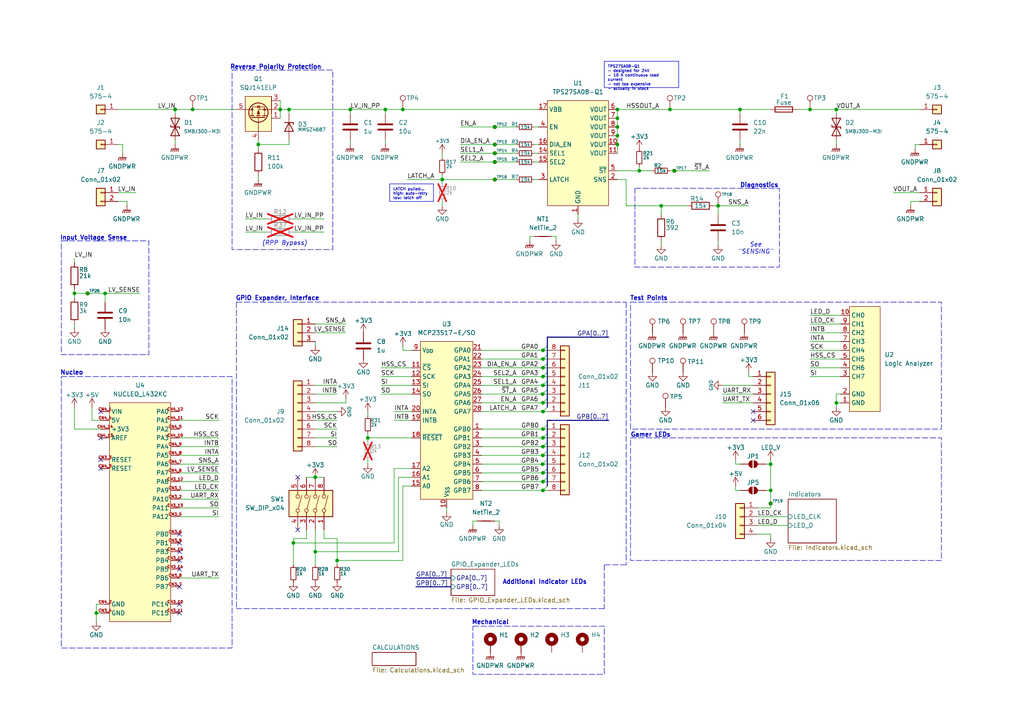
<source format=kicad_sch>
(kicad_sch (version 20250114) (generator "eeschema") (generator_version "9.0")
  (paper "A4")
  (title_block (title "TPS27SA08-Q1 Test Board") (date "2025-08-16") (rev "0.0") (company "Longhorn Racing Solar") (comment 1 "Changxu LIu"))
  (lib_symbols
    (symbol "Connector:TestPoint" (pin_numbers (hide yes)) (pin_names (offset 0.762) (hide yes))
      (property "Reference" "TP" (at 0 6.858 0))
      (property "Value" "TestPoint" (at 0 5.08 0))
      (symbol "TestPoint_1_1"
        (pin passive line (at 0 0 90) (length 2.54) (name "1") (number "1"))
      )
    )
    (symbol "Connector:TestPoint_Small" (pin_numbers (hide yes)) (pin_names (offset 0.762) (hide yes))
      (property "Reference" "TP" (at 0 3.81 0))
      (property "Value" "TestPoint_Small" (at 0 2.032 0))
      (symbol "TestPoint_Small_1_1"
        (pin passive line (at 0 0 90) (length 0) (name "1") (number "1"))
      )
    )
    (symbol "Connector_Generic:Conn_01x01" (pin_names (offset 1.016) (hide yes))
      (property "Reference" "J" (at 0 2.54 0))
      (property "Value" "Conn_01x01" (at 0 -2.54 0))
      (symbol "Conn_01x01_1_1"
        (pin passive line (at -5.08 0 0) (length 3.81) (name "Pin_1") (number "1"))
      )
    )
    (symbol "Connector_Generic:Conn_01x02" (pin_names (offset 1.016) (hide yes))
      (property "Reference" "J" (at 0 2.54 0))
      (property "Value" "Conn_01x02" (at 0 -5.08 0))
      (symbol "Conn_01x02_1_1"
        (pin passive line (at -5.08 0 0) (length 3.81) (name "Pin_1") (number "1"))
        (pin passive line (at -5.08 -2.54 0) (length 3.81) (name "Pin_2") (number "2"))
      )
    )
    (symbol "Connector_Generic:Conn_01x03" (pin_names (offset 1.016) (hide yes))
      (property "Reference" "J" (at 0 5.08 0))
      (property "Value" "Conn_01x03" (at 0 -5.08 0))
      (symbol "Conn_01x03_1_1"
        (pin passive line (at -5.08 2.54 0) (length 3.81) (name "Pin_1") (number "1"))
        (pin passive line (at -5.08 0 0) (length 3.81) (name "Pin_2") (number "2"))
        (pin passive line (at -5.08 -2.54 0) (length 3.81) (name "Pin_3") (number "3"))
      )
    )
    (symbol "Connector_Generic:Conn_01x04" (pin_names (offset 1.016) (hide yes))
      (property "Reference" "J" (at 0 5.08 0))
      (property "Value" "Conn_01x04" (at 0 -7.62 0))
      (symbol "Conn_01x04_1_1"
        (pin passive line (at -5.08 2.54 0) (length 3.81) (name "Pin_1") (number "1"))
        (pin passive line (at -5.08 0 0) (length 3.81) (name "Pin_2") (number "2"))
        (pin passive line (at -5.08 -2.54 0) (length 3.81) (name "Pin_3") (number "3"))
        (pin passive line (at -5.08 -5.08 0) (length 3.81) (name "Pin_4") (number "4"))
      )
    )
    (symbol "Connector_Generic:Conn_01x06" (pin_names (offset 1.016) (hide yes))
      (property "Reference" "J" (at 0 7.62 0))
      (property "Value" "Conn_01x06" (at 0 -10.16 0))
      (symbol "Conn_01x06_1_1"
        (pin passive line (at -5.08 5.08 0) (length 3.81) (name "Pin_1") (number "1"))
        (pin passive line (at -5.08 2.54 0) (length 3.81) (name "Pin_2") (number "2"))
        (pin passive line (at -5.08 0 0) (length 3.81) (name "Pin_3") (number "3"))
        (pin passive line (at -5.08 -2.54 0) (length 3.81) (name "Pin_4") (number "4"))
        (pin passive line (at -5.08 -5.08 0) (length 3.81) (name "Pin_5") (number "5"))
        (pin passive line (at -5.08 -7.62 0) (length 3.81) (name "Pin_6") (number "6"))
      )
    )
    (symbol "Connector_Generic:Conn_01x08" (pin_names (offset 1.016) (hide yes))
      (property "Reference" "J" (at 0 10.16 0))
      (property "Value" "Conn_01x08" (at 0 -12.7 0))
      (symbol "Conn_01x08_1_1"
        (pin passive line (at -5.08 7.62 0) (length 3.81) (name "Pin_1") (number "1"))
        (pin passive line (at -5.08 5.08 0) (length 3.81) (name "Pin_2") (number "2"))
        (pin passive line (at -5.08 2.54 0) (length 3.81) (name "Pin_3") (number "3"))
        (pin passive line (at -5.08 0 0) (length 3.81) (name "Pin_4") (number "4"))
        (pin passive line (at -5.08 -2.54 0) (length 3.81) (name "Pin_5") (number "5"))
        (pin passive line (at -5.08 -5.08 0) (length 3.81) (name "Pin_6") (number "6"))
        (pin passive line (at -5.08 -7.62 0) (length 3.81) (name "Pin_7") (number "7"))
        (pin passive line (at -5.08 -10.16 0) (length 3.81) (name "Pin_8") (number "8"))
      )
    )
    (symbol "Device:C" (pin_numbers (hide yes)) (pin_names (offset 0.254))
      (property "Reference" "C" (at 0.635 2.54 0))
      (property "Value" "C" (at 0.635 -2.54 0))
      (symbol "C_1_1"
        (pin passive line (at 0 3.81 270) (length 2.794) (name "~") (number "1"))
        (pin passive line (at 0 -3.81 90) (length 2.794) (name "~") (number "2"))
      )
    )
    (symbol "Device:D_TVS" (pin_numbers (hide yes)) (pin_names (offset 1.016) (hide yes))
      (property "Reference" "D" (at 0 2.54 0))
      (property "Value" "D_TVS" (at 0 -2.54 0))
      (symbol "D_TVS_1_1"
        (pin passive line (at -3.81 0 0) (length 2.54) (name "A1") (number "1"))
        (pin passive line (at 3.81 0 180) (length 2.54) (name "A2") (number "2"))
      )
    )
    (symbol "Device:D_Zener" (pin_numbers (hide yes)) (pin_names (offset 1.016) (hide yes))
      (property "Reference" "D" (at 0 2.54 0))
      (property "Value" "D_Zener" (at 0 -2.54 0))
      (symbol "D_Zener_1_1"
        (pin passive line (at -3.81 0 0) (length 2.54) (name "K") (number "1"))
        (pin passive line (at 3.81 0 180) (length 2.54) (name "A") (number "2"))
      )
    )
    (symbol "Device:Fuse" (pin_numbers (hide yes)) (pin_names (offset 0))
      (property "Reference" "F" (at 2.032 0 90))
      (property "Value" "Fuse" (at -1.905 0 90))
      (symbol "Fuse_1_1"
        (pin passive line (at 0 3.81 270) (length 1.27) (name "~") (number "1"))
        (pin passive line (at 0 -3.81 90) (length 1.27) (name "~") (number "2"))
      )
    )
    (symbol "Device:NetTie_2" (pin_numbers (hide yes)) (pin_names (offset 0) (hide yes)) (in_bom no)
      (property "Reference" "NT" (at 0 1.27 0))
      (property "Value" "NetTie_2" (at 0 -1.27 0))
      (symbol "NetTie_2_1_1"
        (pin passive line (at -2.54 0 0) (length 2.54) (name "1") (number "1"))
        (pin passive line (at 2.54 0 180) (length 2.54) (name "2") (number "2"))
      )
    )
    (symbol "Device:R" (pin_numbers (hide yes)) (pin_names (offset 0))
      (property "Reference" "R" (at 2.032 0 90))
      (property "Value" "R" (at 0 0 90))
      (symbol "R_1_1"
        (pin passive line (at 0 3.81 270) (length 1.27) (name "~") (number "1"))
        (pin passive line (at 0 -3.81 90) (length 1.27) (name "~") (number "2"))
      )
    )
    (symbol "Device:R_Small" (pin_numbers (hide yes)) (pin_names (offset 0.254) (hide yes))
      (property "Reference" "R" (at 0 0 90))
      (property "Value" "R_Small" (at 1.778 0 90))
      (symbol "R_Small_1_1"
        (pin passive line (at 0 2.54 270) (length 0.762) (name "~") (number "1"))
        (pin passive line (at 0 -2.54 90) (length 0.762) (name "~") (number "2"))
      )
    )
    (symbol "Jumper:SolderJumper_2_Open" (pin_numbers (hide yes)) (pin_names (offset 0) (hide yes)) (in_bom no)
      (property "Reference" "JP" (at 0 2.032 0))
      (property "Value" "SolderJumper_2_Open" (at 0 -2.54 0))
      (symbol "SolderJumper_2_Open_1_1"
        (pin passive line (at -3.81 0 0) (length 2.54) (name "A") (number "1"))
        (pin passive line (at 3.81 0 180) (length 2.54) (name "B") (number "2"))
      )
    )
    (symbol "Mechanical:MountingHole_Pad" (pin_numbers (hide yes)) (pin_names (offset 1.016) (hide yes)) (in_bom no)
      (property "Reference" "H" (at 0 6.35 0))
      (property "Value" "MountingHole_Pad" (at 0 4.445 0))
      (symbol "MountingHole_Pad_1_1"
        (pin input line (at 0 -2.54 90) (length 2.54) (name "1") (number "1"))
      )
    )
    (symbol "PowerDistributionUnitLib:LogicAnalyzer"
      (property "Reference" "U" (at 1.27 6.35 0))
      (property "Value" "Logic Analyzer" (at 0 0 0))
      (symbol "LogicAnalyzer_1_0"
        (pin input line (at -7.62 5.08 0) (length 2.54) (name "CH3") (number "7"))
        (pin input line (at -7.62 2.54 0) (length 2.54) (name "CH4") (number "6"))
        (pin input line (at -7.62 0 0) (length 2.54) (name "CH5") (number "5"))
        (pin input line (at -7.62 -2.54 0) (length 2.54) (name "CH6") (number "4"))
        (pin input line (at -7.62 -5.08 0) (length 2.54) (name "CH7") (number "3"))
        (pin passive line (at -7.62 -10.16 0) (length 2.54) (name "GND") (number "2"))
        (pin passive line (at -7.62 -12.7 0) (length 2.54) (name "GND") (number "1"))
      )
      (symbol "LogicAnalyzer_1_1"
        (pin input line (at -7.62 12.7 0) (length 2.54) (name "CH0") (number "10"))
        (pin input line (at -7.62 10.16 0) (length 2.54) (name "CH1") (number "9"))
        (pin input line (at -7.62 7.62 0) (length 2.54) (name "CH2") (number "8"))
      )
    )
    (symbol "PowerDistributionUnitLib:MCP23S17-E/SO"
      (property "Reference" "U" (at -7.112 23.876 0))
      (property "Value" "MCP23S17-E/SO" (at 4.572 23.876 0))
      (symbol "MCP23S17-E/SO_1_1"
        (pin input line (at -10.16 20.32 0) (length 2.54) (name "V_{DD}") (number "9"))
        (pin input line (at -10.16 15.24 0) (length 2.54) (name "~{CS}") (number "11"))
        (pin input line (at -10.16 12.7 0) (length 2.54) (name "SCK") (number "12"))
        (pin input line (at -10.16 10.16 0) (length 2.54) (name "SI") (number "13"))
        (pin input line (at -10.16 7.62 0) (length 2.54) (name "SO") (number "14"))
        (pin input line (at -10.16 2.54 0) (length 2.54) (name "INTA") (number "20"))
        (pin input line (at -10.16 0 0) (length 2.54) (name "INTB") (number "19"))
        (pin input line (at -10.16 -5.08 0) (length 2.54) (name "~{RESET}") (number "18"))
        (pin input line (at -10.16 -13.97 0) (length 2.54) (name "A2") (number "17"))
        (pin input line (at -10.16 -16.51 0) (length 2.54) (name "A1") (number "16"))
        (pin input line (at -10.16 -19.05 0) (length 2.54) (name "A0") (number "15"))
        (pin input line (at 0 -25.4 90) (length 2.54) (name "V_{SS}") (number "10"))
        (pin input line (at 10.16 20.32 180) (length 2.54) (name "GPA0") (number "21"))
        (pin input line (at 10.16 17.78 180) (length 2.54) (name "GPA1") (number "22"))
        (pin input line (at 10.16 15.24 180) (length 2.54) (name "GPA2") (number "23"))
        (pin input line (at 10.16 12.7 180) (length 2.54) (name "GPA3") (number "24"))
        (pin input line (at 10.16 10.16 180) (length 2.54) (name "GPA4") (number "25"))
        (pin input line (at 10.16 7.62 180) (length 2.54) (name "GPA5") (number "26"))
        (pin input line (at 10.16 5.08 180) (length 2.54) (name "GPA6") (number "27"))
        (pin input line (at 10.16 2.54 180) (length 2.54) (name "GPA7") (number "28"))
        (pin input line (at 10.16 -2.54 180) (length 2.54) (name "GPB0") (number "1"))
        (pin input line (at 10.16 -5.08 180) (length 2.54) (name "GPB1") (number "2"))
        (pin input line (at 10.16 -7.62 180) (length 2.54) (name "GPB2") (number "3"))
        (pin input line (at 10.16 -10.16 180) (length 2.54) (name "GPB3") (number "4"))
        (pin input line (at 10.16 -12.7 180) (length 2.54) (name "GPB4") (number "5"))
        (pin input line (at 10.16 -15.24 180) (length 2.54) (name "GPB5") (number "6"))
        (pin input line (at 10.16 -17.78 180) (length 2.54) (name "GPB6") (number "7"))
        (pin input line (at 10.16 -20.32 180) (length 2.54) (name "GPB7") (number "8"))
      )
    )
    (symbol "PowerDistributionUnitLib:NUCLEO_L43KC"
      (property "Reference" "U" (at -8.382 32.766 0))
      (property "Value" "NUCLEO_L432KC" (at 2.54 32.766 0))
      (symbol "NUCLEO_L43KC_1_0"
        (pin unspecified line (at -11.43 29.21 0) (length 2.54) (name "VIN") (number "CN4_1"))
        (pin unspecified line (at -11.43 26.67 0) (length 2.54) (name "5V") (number "CN4_4"))
        (pin unspecified line (at -11.43 24.13 0) (length 2.54) (name "+3V3") (number "CN4_14"))
        (pin unspecified line (at -11.43 21.59 0) (length 2.54) (name "AREF") (number "CN4_13"))
        (pin unspecified line (at -11.43 15.24 0) (length 2.54) (name "RESET") (number "CN3_3"))
        (pin unspecified line (at -11.43 12.7 0) (length 2.54) (name "RESET") (number "CN4_3"))
        (pin unspecified line (at -11.43 -26.67 0) (length 2.54) (name "GND") (number "CN4_2"))
        (pin unspecified line (at -11.43 -29.21 0) (length 2.54) (name "GND") (number "CN3_4"))
        (pin unspecified line (at 11.43 29.21 180) (length 2.54) (name "PA0") (number "CN4_12"))
        (pin unspecified line (at 11.43 26.67 180) (length 2.54) (name "PA1") (number "CN4_11"))
        (pin unspecified line (at 11.43 24.13 180) (length 2.54) (name "PA2") (number "CN4_5"))
        (pin unspecified line (at 11.43 21.59 180) (length 2.54) (name "PA3") (number "CN4_10"))
        (pin unspecified line (at 11.43 19.05 180) (length 2.54) (name "PA4") (number "CN4_9"))
        (pin unspecified line (at 11.43 16.51 180) (length 2.54) (name "PA5") (number "CN4_8"))
        (pin unspecified line (at 11.43 13.97 180) (length 2.54) (name "PA6") (number "CN4_7"))
        (pin unspecified line (at 11.43 11.43 180) (length 2.54) (name "PA7") (number "CN4_6"))
        (pin unspecified line (at 11.43 8.89 180) (length 2.54) (name "PA8") (number "CN3_12"))
        (pin unspecified line (at 11.43 6.35 180) (length 2.54) (name "PA9") (number "CN3_1"))
        (pin unspecified line (at 11.43 3.81 180) (length 2.54) (name "PA10") (number "CN3_2"))
        (pin unspecified line (at 11.43 1.27 180) (length 2.54) (name "PA11") (number "CN3_13"))
        (pin unspecified line (at 11.43 -1.27 180) (length 2.54) (name "PA12") (number "CN3_5"))
        (pin unspecified line (at 11.43 -6.35 180) (length 2.54) (name "PB0") (number "CN3_6"))
        (pin unspecified line (at 11.43 -8.89 180) (length 2.54) (name "PB1") (number "CN3_9"))
        (pin unspecified line (at 11.43 -11.43 180) (length 2.54) (name "PB3") (number "CN4_15"))
        (pin unspecified line (at 11.43 -13.97 180) (length 2.54) (name "PB4") (number "CN3_15"))
        (pin unspecified line (at 11.43 -16.51 180) (length 2.54) (name "PB5") (number "CN3_14"))
        (pin unspecified line (at 11.43 -19.05 180) (length 2.54) (name "PB6") (number "CN3_8"))
        (pin unspecified line (at 11.43 -21.59 180) (length 2.54) (name "PB7") (number "CN3_7"))
        (pin unspecified line (at 11.43 -26.67 180) (length 2.54) (name "PC14") (number "CN3_10"))
        (pin unspecified line (at 11.43 -29.21 180) (length 2.54) (name "PC15") (number "CN3_11"))
      )
    )
    (symbol "PowerDistributionUnitLib:SQJ141ELP"
      (property "Reference" "Q" (at 7.874 1.016 0))
      (property "Value" "SQJ141ELP" (at 13.208 -1.27 0))
      (symbol "SQJ141ELP_1_1"
        (pin input line (at -6.35 0 0) (length 2.54) (name "") (number "4"))
        (pin passive line (at 0 -6.35 90) (length 2.54) (name "") (number "1"))
        (pin passive line (at 2.54 6.35 270) (length 2.54) (name "") (number "5"))
        (pin passive line (at 2.54 -6.35 90) (length 2.54) (name "") (number "2"))
        (pin passive line (at 5.08 -6.35 90) (length 2.54) (name "") (number "3"))
      )
    )
    (symbol "PowerDistributionUnitLib:TPS27SA08-Q1"
      (property "Reference" "U" (at 0 18.542 0))
      (property "Value" "TPS27SA08-Q1" (at 0 16.51 0))
      (symbol "TPS27SA08-Q1_1_0"
        (pin power_in line (at -11.43 12.7 0) (length 2.54) (name "VBB") (number "17"))
        (pin input line (at -11.43 7.62 0) (length 2.54) (name "EN") (number "4"))
        (pin input line (at -11.43 2.54 0) (length 2.54) (name "DIA_EN") (number "16"))
        (pin input line (at -11.43 0 0) (length 2.54) (name "SEL1") (number "14"))
        (pin input line (at -11.43 -2.54 0) (length 2.54) (name "SEL2") (number "15"))
        (pin input line (at -11.43 -7.62 0) (length 2.54) (name "LATCH") (number "3"))
        (pin no_connect line (at -11.43 -11.43 0) (length 2.54) (hide yes) (name "NC") (number "12"))
        (pin no_connect line (at -11.43 -13.97 0) (length 2.54) (hide yes) (name "NC") (number "13"))
        (pin power_out line (at 11.43 12.7 180) (length 2.54) (name "VOUT") (number "6"))
        (pin power_out line (at 11.43 10.16 180) (length 2.54) (name "VOUT") (number "7"))
        (pin power_out line (at 11.43 7.62 180) (length 2.54) (name "VOUT") (number "8"))
        (pin power_out line (at 11.43 5.08 180) (length 2.54) (name "VOUT") (number "9"))
        (pin power_out line (at 11.43 2.54 180) (length 2.54) (name "VOUT") (number "10"))
        (pin power_out line (at 11.43 0 180) (length 2.54) (name "VOUT") (number "11"))
        (pin output line (at 11.43 -5.08 180) (length 2.54) (name "~{ST}") (number "5"))
        (pin output line (at 11.43 -7.62 180) (length 2.54) (name "SNS") (number "2"))
      )
      (symbol "TPS27SA08-Q1_1_1"
        (pin passive line (at 0 -17.78 90) (length 2.54) (name "GND") (number "1"))
      )
    )
    (symbol "Switch:SW_DIP_x04" (pin_names (offset 0) (hide yes))
      (property "Reference" "SW" (at 0 8.89 0))
      (property "Value" "SW_DIP_x04" (at 0 -6.35 0))
      (symbol "SW_DIP_x04_1_1"
        (pin passive line (at -7.62 5.08 0) (length 5.08) (name "~") (number "1"))
        (pin passive line (at -7.62 2.54 0) (length 5.08) (name "~") (number "2"))
        (pin passive line (at -7.62 0 0) (length 5.08) (name "~") (number "3"))
        (pin passive line (at -7.62 -2.54 0) (length 5.08) (name "~") (number "4"))
        (pin passive line (at 7.62 5.08 180) (length 5.08) (name "~") (number "8"))
        (pin passive line (at 7.62 2.54 180) (length 5.08) (name "~") (number "7"))
        (pin passive line (at 7.62 0 180) (length 5.08) (name "~") (number "6"))
        (pin passive line (at 7.62 -2.54 180) (length 5.08) (name "~") (number "5"))
      )
    )
    (symbol "power:+3V3" (power) (pin_numbers (hide yes)) (pin_names (offset 0) (hide yes))
      (property "Value" "+3V3" (at 0 3.556 0))
      (symbol "+3V3_1_1"
        (pin power_in line (at 0 0 90) (length 0) (name "~") (number "1"))
      )
    )
    (symbol "power:+5V" (power) (pin_numbers (hide yes)) (pin_names (offset 0) (hide yes))
      (property "Value" "+5V" (at 0 3.556 0))
      (symbol "+5V_1_1"
        (pin power_in line (at 0 0 90) (length 0) (name "~") (number "1"))
      )
    )
    (symbol "power:GND" (power) (pin_numbers (hide yes)) (pin_names (offset 0) (hide yes))
      (property "Value" "GND" (at 0 -3.81 0))
      (symbol "GND_1_1"
        (pin power_in line (at 0 0 270) (length 0) (name "~") (number "1"))
      )
    )
    (symbol "power:GNDPWR" (power) (pin_numbers (hide yes)) (pin_names (offset 0) (hide yes))
      (property "Value" "GNDPWR" (at 0 -3.302 0))
      (symbol "GNDPWR_1_1"
        (pin power_in line (at 0 0 270) (length 0) (name "~") (number "1"))
      )
    )
  )
  (rectangle (start 184.15 54.61) (end 226.06 77.47) (stroke (width 0) (type dash)))
  (rectangle (start 137.16 181.61) (end 175.26 195.58) (stroke (width 0) (type dash)))
  (rectangle (start 182.88 127) (end 273.05 162.56) (stroke (width 0) (type dash)))
  (rectangle (start 67.31 20.32) (end 96.52 72.39) (stroke (width 0) (type dash)))
  (rectangle (start 17.78 109.22) (end 67.31 187.96) (stroke (width 0) (type dash)))
  (rectangle (start 182.88 87.63) (end 273.05 124.46) (stroke (width 0) (type dash)))
  (rectangle (start 17.78 69.85) (end 43.18 102.87) (stroke (width 0) (type dash)))
  (text "See\n\"SENSING\"" (at 219.202 72.136 0) (effects (font (size 1.27 1.27) (italic yes))))
  (text "Reverse Polarity Protection" (at 80.01 19.558 0) (effects (font (size 1.27 1.27) (thickness 0.254) (bold yes))))
  (text "Mechanical" (at 142.24 180.594 0) (effects (font (size 1.27 1.27) (thickness 0.254) (bold yes))))
  (text "Input Voltage Sense" (at 27.178 69.088 0) (effects (font (size 1.27 1.27) (thickness 0.254) (bold yes))))
  (text "Diagnostics" (at 220.218 53.848 0) (effects (font (size 1.27 1.27) (thickness 0.254) (bold yes))))
  (text "Additional Indicator LEDs" (at 157.988 168.91 0) (effects (font (size 1.27 1.27) (thickness 0.254) (bold yes))))
  (text "(RPP Bypass)" (at 82.55 70.612 0) (effects (font (size 1.27 1.27) (italic yes))))
  (text "Gamer LEDs" (at 188.722 126.238 0) (effects (font (size 1.27 1.27) (thickness 0.254) (bold yes))))
  (text "Test Points" (at 188.214 86.614 0) (effects (font (size 1.27 1.27) (thickness 0.254) (bold yes))))
  (text "GPIO Expander, Interface" (at 80.518 86.614 0) (effects (font (size 1.27 1.27) (thickness 0.254) (bold yes))))
  (text "Nucleo" (at 20.828 108.204 0) (effects (font (size 1.27 1.27) (thickness 0.254) (bold yes))))
  (text_box "LATCH pulled...\nhigh: auto-retry\nlow: latch off" (at 113.03 53.34 0) (size 12.7 5.08) (margins 0.9525 0.9525 0.9525 0.9525) (effects (font (size 0.8 0.8)) (justify left top)))
  (text_box "TPS27SA08-Q1\n- designed for 24V\n- 10 A continuous load current\n- not too expensive\n- actually in stock" (at 175.26 17.78 0) (size 21.59 7.62) (margins 0.9525 0.9525 0.9525 0.9525) (effects (font (size 0.8 0.8)) (justify left top)))
  (junction (at 55.88 31.75))
  (junction (at 157.3697 114.3))
  (junction (at 143.51 41.91))
  (junction (at 179.07 36.83))
  (junction (at 157.48 109.22))
  (junction (at 242.57 31.75))
  (junction (at 50.8 31.75))
  (junction (at 81.28 31.75))
  (junction (at 157.48 142.24))
  (junction (at 157.48 137.16))
  (junction (at 214.63 31.75))
  (junction (at 157.4298 132.08))
  (junction (at 179.07 31.75))
  (junction (at 179.07 39.37))
  (junction (at 179.07 41.91))
  (junction (at 191.77 59.69))
  (junction (at 194.31 31.75))
  (junction (at 195.58 49.53))
  (junction (at 157.48 127))
  (junction (at 223.52 142.24))
  (junction (at 157.48 111.76))
  (junction (at 143.51 46.99))
  (junction (at 27.94 177.8))
  (junction (at 223.52 134.62))
  (junction (at 157.48 101.6))
  (junction (at 30.48 85.09))
  (junction (at 157.48 106.68))
  (junction (at 185.42 49.53))
  (junction (at 223.52 146.05))
  (junction (at 179.07 34.29))
  (junction (at 157.48 124.46))
  (junction (at 97.79 162.56))
  (junction (at 157.3797 134.62))
  (junction (at 143.51 52.07))
  (junction (at 143.51 44.45))
  (junction (at 85.09 157.48))
  (junction (at 91.44 138.43))
  (junction (at 157.48 129.54))
  (junction (at 101.6 31.75))
  (junction (at 111.76 31.75))
  (junction (at 157.48 104.14))
  (junction (at 106.68 127))
  (junction (at 83.82 31.75))
  (junction (at 234.95 31.75))
  (junction (at 157.48 119.38))
  (junction (at 116.84 31.75))
  (junction (at 74.93 41.91))
  (junction (at 157.48 139.7))
  (junction (at 157.48 116.84))
  (junction (at 21.59 85.09))
  (junction (at 208.28 59.69))
  (junction (at 128.27 52.07))
  (junction (at 143.51 36.83))
  (junction (at 91.44 160.02))
  (junction (at 25.4 85.09))
  (junction (at 242.57 116.84))
  (no_connect (at 86.36 138.43))
  (no_connect (at 218.44 121.92))
  (no_connect (at 218.44 119.38))
  (no_connect (at 52.07 157.48))
  (no_connect (at 29.21 133.35))
  (no_connect (at 29.21 127))
  (no_connect (at 29.21 119.38))
  (no_connect (at 52.07 177.8))
  (no_connect (at 52.07 170.18))
  (no_connect (at 86.36 153.67))
  (no_connect (at 52.07 165.1))
  (no_connect (at 29.21 135.89))
  (no_connect (at 52.07 154.94))
  (no_connect (at 52.07 160.02))
  (no_connect (at 52.07 175.26))
  (no_connect (at 52.07 162.56))
  (bus_entry (at 158.75 118.11) (size -1.27 1.27))
  (bus_entry (at 158.75 128.27) (size -1.27 1.27))
  (bus_entry (at 158.75 100.33) (size -1.27 1.27))
  (bus_entry (at 158.75 140.97) (size -1.27 1.27))
  (bus_entry (at 158.75 125.73) (size -1.27 1.27))
  (bus_entry (at 158.6397 113.03) (size -1.27 1.27))
  (bus_entry (at 158.75 110.49) (size -1.27 1.27))
  (bus_entry (at 158.6497 133.35) (size -1.27 1.27))
  (bus_entry (at 158.75 138.43) (size -1.27 1.27))
  (bus_entry (at 158.75 107.95) (size -1.27 1.27))
  (bus_entry (at 158.75 115.57) (size -1.27 1.27))
  (bus_entry (at 158.75 105.41) (size -1.27 1.27))
  (bus_entry (at 158.75 102.87) (size -1.27 1.27))
  (bus_entry (at 158.75 135.89) (size -1.27 1.27))
  (bus_entry (at 158.6998 130.81) (size -1.27 1.27))
  (bus_entry (at 158.75 123.19) (size -1.27 1.27))
  (wire (pts (xy 234.95 31.75) (xy 242.57 31.75)))
  (wire (pts (xy 34.29 31.75) (xy 50.8 31.75)))
  (wire (pts (xy 50.8 31.75) (xy 50.8 33.02)))
  (wire (pts (xy 100.33 115.57) (xy 100.33 116.84)))
  (polyline (pts (xy 68.58 87.63) (xy 68.58 176.53)) (stroke (width 0) (type dash)))
  (wire (pts (xy 217.17 109.22) (xy 218.44 109.22)))
  (wire (pts (xy 97.79 156.21) (xy 97.79 162.56)))
  (wire (pts (xy 93.98 153.67) (xy 93.98 156.21)))
  (wire (pts (xy 157.48 106.68) (xy 158.75 106.68)))
  (wire (pts (xy 115.57 138.43) (xy 119.38 138.43)))
  (wire (pts (xy 154.94 41.91) (xy 156.21 41.91)))
  (bus (pts (xy 158.75 105.41) (xy 158.75 107.95)))
  (bus (pts (xy 158.75 110.49) (xy 158.75 115.57)))
  (wire (pts (xy 219.71 149.86) (xy 228.6 149.86)))
  (wire (pts (xy 143.51 36.83) (xy 149.86 36.83)))
  (wire (pts (xy 143.51 44.45) (xy 149.86 44.45)))
  (wire (pts (xy 114.3 135.89) (xy 119.38 135.89)))
  (wire (pts (xy 179.07 36.83) (xy 179.07 39.37)))
  (wire (pts (xy 133.4592 36.83) (xy 143.51 36.83)))
  (wire (pts (xy 106.68 127) (xy 106.68 128.27)))
  (wire (pts (xy 52.07 144.78) (xy 63.5 144.78)))
  (wire (pts (xy 208.28 71.12) (xy 208.28 69.85)))
  (wire (pts (xy 91.44 116.84) (xy 100.33 116.84)))
  (wire (pts (xy 83.82 41.91) (xy 83.82 40.64)))
  (wire (pts (xy 181.61 59.69) (xy 191.77 59.69)))
  (wire (pts (xy 191.77 59.69) (xy 191.77 62.23)))
  (wire (pts (xy 114.3 157.48) (xy 114.3 135.89)))
  (wire (pts (xy 88.9 156.21) (xy 88.9 153.67)))
  (wire (pts (xy 83.82 31.75) (xy 101.6 31.75)))
  (wire (pts (xy 106.68 125.73) (xy 106.68 127)))
  (wire (pts (xy 191.77 59.69) (xy 199.39 59.69)))
  (bus (pts (xy 158.75 140.97) (xy 158.75 138.43)))
  (wire (pts (xy 91.44 138.43) (xy 93.98 138.43)))
  (wire (pts (xy 213.36 142.24) (xy 214.63 142.24)))
  (wire (pts (xy 208.28 59.69) (xy 217.17 59.69)))
  (wire (pts (xy 153.67 68.58) (xy 153.67 69.85)))
  (wire (pts (xy 110.49 109.22) (xy 119.38 109.22)))
  (wire (pts (xy 106.68 119.38) (xy 106.68 120.65)))
  (wire (pts (xy 139.7 129.54) (xy 157.48 129.54)))
  (wire (pts (xy 217.17 107.95) (xy 217.17 109.22)))
  (wire (pts (xy 242.57 116.84) (xy 242.57 118.11)))
  (wire (pts (xy 222.25 134.62) (xy 223.52 134.62)))
  (wire (pts (xy 213.36 140.97) (xy 213.36 142.24)))
  (wire (pts (xy 50.8 40.64) (xy 50.8 41.91)))
  (wire (pts (xy 139.7 142.24) (xy 157.48 142.24)))
  (polyline (pts (xy 181.61 163.83) (xy 175.26 163.83)) (stroke (width 0) (type dash)))
  (wire (pts (xy 106.68 133.35) (xy 106.68 134.62)))
  (wire (pts (xy 219.71 154.94) (xy 223.52 154.94)))
  (wire (pts (xy 213.36 134.62) (xy 214.63 134.62)))
  (wire (pts (xy 110.49 106.68) (xy 119.38 106.68)))
  (wire (pts (xy 242.57 31.75) (xy 266.7 31.75)))
  (wire (pts (xy 71.12 63.5) (xy 77.47 63.5)))
  (wire (pts (xy 242.57 114.3) (xy 243.84 114.3)))
  (wire (pts (xy 116.84 101.6) (xy 119.38 101.6)))
  (wire (pts (xy 223.52 134.62) (xy 223.52 142.24)))
  (wire (pts (xy 133.4592 46.99) (xy 143.51 46.99)))
  (wire (pts (xy 74.93 41.91) (xy 74.93 40.64)))
  (wire (pts (xy 139.7 124.46) (xy 157.48 124.46)))
  (wire (pts (xy 34.29 55.88) (xy 39.37 55.88)))
  (wire (pts (xy 154.94 46.99) (xy 156.21 46.99)))
  (wire (pts (xy 185.42 48.26) (xy 185.42 49.53)))
  (wire (pts (xy 234.95 91.44) (xy 243.84 91.44)))
  (wire (pts (xy 191.77 69.85) (xy 191.77 71.12)))
  (wire (pts (xy 52.07 167.64) (xy 63.5 167.64)))
  (wire (pts (xy 85.09 67.31) (xy 93.98 67.31)))
  (wire (pts (xy 52.07 137.16) (xy 63.5 137.16)))
  (bus (pts (xy 158.75 135.89) (xy 158.75 128.27)))
  (wire (pts (xy 214.63 40.64) (xy 214.63 41.91)))
  (wire (pts (xy 110.49 111.76) (xy 119.38 111.76)))
  (wire (pts (xy 111.76 40.64) (xy 111.76 41.91)))
  (wire (pts (xy 139.7 132.08) (xy 157.4298 132.08)))
  (wire (pts (xy 91.44 160.02) (xy 91.44 163.83)))
  (wire (pts (xy 85.09 63.5) (xy 93.98 63.5)))
  (wire (pts (xy 83.82 33.02) (xy 83.82 31.75)))
  (wire (pts (xy 139.7 106.68) (xy 157.48 106.68)))
  (wire (pts (xy 157.48 111.76) (xy 158.75 111.76)))
  (wire (pts (xy 116.84 100.33) (xy 116.84 101.6)))
  (wire (pts (xy 157.4298 132.08) (xy 158.75 132.08)))
  (wire (pts (xy 213.36 133.35) (xy 213.36 134.62)))
  (wire (pts (xy 118.11 52.07) (xy 128.27 52.07)))
  (wire (pts (xy 242.57 114.3) (xy 242.57 116.84)))
  (wire (pts (xy 29.21 175.26) (xy 27.94 175.26)))
  (wire (pts (xy 21.59 118.11) (xy 21.59 124.46)))
  (bus (pts (xy 158.75 97.79) (xy 158.75 100.33)))
  (wire (pts (xy 154.94 52.07) (xy 156.21 52.07)))
  (polyline (pts (xy 68.58 87.63) (xy 181.61 87.63)) (stroke (width 0) (type dash)))
  (polyline (pts (xy 175.26 163.83) (xy 175.26 176.53)) (stroke (width 0) (type dash)))
  (wire (pts (xy 74.93 41.91) (xy 83.82 41.91)))
  (wire (pts (xy 181.61 52.07) (xy 179.07 52.07)))
  (wire (pts (xy 153.67 68.58) (xy 154.94 68.58)))
  (wire (pts (xy 179.07 39.37) (xy 179.07 41.91)))
  (wire (pts (xy 91.44 127) (xy 97.79 127)))
  (wire (pts (xy 27.94 177.8) (xy 27.94 180.34)))
  (bus (pts (xy 158.75 125.73) (xy 158.75 123.19)))
  (wire (pts (xy 21.59 124.46) (xy 29.21 124.46)))
  (polyline (pts (xy 181.61 87.63) (xy 181.61 163.83)) (stroke (width 0) (type dash)))
  (wire (pts (xy 21.59 85.09) (xy 25.4 85.09)))
  (polyline (pts (xy 175.26 176.53) (xy 68.58 176.53)) (stroke (width 0) (type dash)))
  (wire (pts (xy 52.07 127) (xy 63.5 127)))
  (wire (pts (xy 139.7 127) (xy 157.48 127)))
  (bus (pts (xy 120.65 167.64) (xy 130.81 167.64)))
  (wire (pts (xy 157.48 142.24) (xy 158.75 142.24)))
  (wire (pts (xy 214.63 31.75) (xy 223.52 31.75)))
  (wire (pts (xy 91.44 129.54) (xy 97.79 129.54)))
  (wire (pts (xy 214.63 31.75) (xy 194.31 31.75)))
  (bus (pts (xy 158.75 107.95) (xy 158.75 110.49)))
  (wire (pts (xy 139.7 104.14) (xy 157.48 104.14)))
  (wire (pts (xy 111.76 31.75) (xy 116.84 31.75)))
  (bus (pts (xy 158.75 128.27) (xy 158.75 125.73)))
  (wire (pts (xy 265.43 41.91) (xy 266.7 41.91)))
  (wire (pts (xy 30.48 85.09) (xy 40.64 85.09)))
  (bus (pts (xy 158.75 115.57) (xy 158.75 118.11)))
  (wire (pts (xy 50.8 31.75) (xy 55.88 31.75)))
  (wire (pts (xy 208.28 59.69) (xy 208.28 62.23)))
  (wire (pts (xy 52.07 147.32) (xy 63.5 147.32)))
  (wire (pts (xy 139.7 116.84) (xy 157.48 116.84)))
  (wire (pts (xy 139.7 111.76) (xy 157.48 111.76)))
  (wire (pts (xy 52.07 139.7) (xy 63.5 139.7)))
  (wire (pts (xy 85.09 157.48) (xy 114.3 157.48)))
  (wire (pts (xy 111.76 31.75) (xy 111.76 33.02)))
  (wire (pts (xy 157.48 116.84) (xy 158.75 116.84)))
  (wire (pts (xy 97.79 114.3) (xy 91.44 114.3)))
  (wire (pts (xy 110.49 114.3) (xy 119.38 114.3)))
  (wire (pts (xy 139.7 109.22) (xy 157.48 109.22)))
  (wire (pts (xy 101.6 31.75) (xy 101.6 33.02)))
  (wire (pts (xy 81.28 29.21) (xy 81.28 31.75)))
  (wire (pts (xy 223.52 154.94) (xy 223.52 156.21)))
  (wire (pts (xy 128.27 58.42) (xy 128.27 59.69)))
  (wire (pts (xy 34.29 41.91) (xy 35.56 41.91)))
  (wire (pts (xy 101.6 40.64) (xy 101.6 41.91)))
  (wire (pts (xy 71.12 67.31) (xy 77.47 67.31)))
  (wire (pts (xy 114.3 119.38) (xy 119.38 119.38)))
  (wire (pts (xy 116.84 31.75) (xy 156.21 31.75)))
  (wire (pts (xy 100.33 93.98) (xy 91.44 93.98)))
  (wire (pts (xy 209.55 114.3) (xy 218.44 114.3)))
  (wire (pts (xy 114.3 121.92) (xy 119.38 121.92)))
  (wire (pts (xy 185.42 49.53) (xy 189.23 49.53)))
  (wire (pts (xy 154.94 36.83) (xy 156.21 36.83)))
  (wire (pts (xy 157.48 109.22) (xy 158.75 109.22)))
  (wire (pts (xy 179.07 34.29) (xy 179.07 36.83)))
  (wire (pts (xy 21.59 93.98) (xy 21.59 95.25)))
  (wire (pts (xy 52.07 149.86) (xy 63.5 149.86)))
  (wire (pts (xy 30.48 85.09) (xy 30.48 87.63)))
  (wire (pts (xy 133.4592 41.91) (xy 143.51 41.91)))
  (wire (pts (xy 223.52 146.05) (xy 223.52 147.32)))
  (wire (pts (xy 97.79 111.76) (xy 91.44 111.76)))
  (wire (pts (xy 52.07 132.08) (xy 63.5 132.08)))
  (wire (pts (xy 139.7 101.6) (xy 157.48 101.6)))
  (wire (pts (xy 234.95 104.14) (xy 243.84 104.14)))
  (wire (pts (xy 52.07 142.24) (xy 63.5 142.24)))
  (wire (pts (xy 157.3697 114.3) (xy 158.75 114.3)))
  (wire (pts (xy 161.29 68.58) (xy 160.02 68.58)))
  (wire (pts (xy 222.25 142.24) (xy 223.52 142.24)))
  (wire (pts (xy 143.51 46.99) (xy 149.86 46.99)))
  (wire (pts (xy 157.48 127) (xy 158.75 127)))
  (wire (pts (xy 157.48 129.54) (xy 158.75 129.54)))
  (bus (pts (xy 158.75 102.87) (xy 158.75 105.41)))
  (wire (pts (xy 157.3797 134.62) (xy 158.75 134.62)))
  (wire (pts (xy 27.94 175.26) (xy 27.94 177.8)))
  (wire (pts (xy 52.07 134.62) (xy 63.5 134.62)))
  (wire (pts (xy 85.09 156.21) (xy 85.09 157.48)))
  (wire (pts (xy 234.95 106.68) (xy 243.84 106.68)))
  (wire (pts (xy 234.95 93.98) (xy 243.84 93.98)))
  (wire (pts (xy 21.59 83.82) (xy 21.59 85.09)))
  (wire (pts (xy 97.79 162.56) (xy 97.79 163.83)))
  (wire (pts (xy 139.7 134.62) (xy 157.3797 134.62)))
  (wire (pts (xy 91.44 160.02) (xy 115.57 160.02)))
  (wire (pts (xy 167.64 62.23) (xy 167.64 63.5)))
  (wire (pts (xy 231.14 31.75) (xy 234.95 31.75)))
  (wire (pts (xy 266.7 55.88) (xy 259.08 55.88)))
  (wire (pts (xy 91.44 153.67) (xy 91.44 160.02)))
  (wire (pts (xy 223.52 142.24) (xy 223.52 146.05)))
  (wire (pts (xy 91.44 119.38) (xy 97.79 119.38)))
  (wire (pts (xy 139.7 114.3) (xy 157.3697 114.3)))
  (wire (pts (xy 35.56 41.91) (xy 35.56 44.45)))
  (wire (pts (xy 154.94 44.45) (xy 156.21 44.45)))
  (wire (pts (xy 242.57 31.75) (xy 242.57 33.02)))
  (wire (pts (xy 137.16 151.13) (xy 138.43 151.13)))
  (wire (pts (xy 26.67 121.92) (xy 29.21 121.92)))
  (wire (pts (xy 36.83 58.42) (xy 36.83 59.69)))
  (wire (pts (xy 128.27 52.07) (xy 128.27 53.34)))
  (wire (pts (xy 144.78 151.13) (xy 143.51 151.13)))
  (wire (pts (xy 115.57 160.02) (xy 115.57 138.43)))
  (wire (pts (xy 195.58 49.53) (xy 194.31 49.53)))
  (wire (pts (xy 81.28 31.75) (xy 83.82 31.75)))
  (wire (pts (xy 157.48 124.46) (xy 158.75 124.46)))
  (bus (pts (xy 158.75 97.79) (xy 176.53 97.79)))
  (wire (pts (xy 139.7 137.16) (xy 157.48 137.16)))
  (wire (pts (xy 74.93 41.91) (xy 74.93 43.18)))
  (wire (pts (xy 234.95 96.52) (xy 243.84 96.52)))
  (wire (pts (xy 218.44 111.76) (xy 209.55 111.76)))
  (wire (pts (xy 52.07 121.92) (xy 63.5 121.92)))
  (wire (pts (xy 25.4 85.09) (xy 30.48 85.09)))
  (wire (pts (xy 139.7 139.7) (xy 157.48 139.7)))
  (wire (pts (xy 179.07 31.75) (xy 179.07 34.29)))
  (wire (pts (xy 161.29 68.58) (xy 161.29 69.85)))
  (wire (pts (xy 219.71 152.4) (xy 228.6 152.4)))
  (wire (pts (xy 91.44 99.06) (xy 91.44 100.33)))
  (wire (pts (xy 101.6 31.75) (xy 111.76 31.75)))
  (wire (pts (xy 157.48 139.7) (xy 158.75 139.7)))
  (wire (pts (xy 27.94 177.8) (xy 29.21 177.8)))
  (wire (pts (xy 36.83 58.42) (xy 34.29 58.42)))
  (bus (pts (xy 158.75 123.19) (xy 158.75 121.92)))
  (wire (pts (xy 91.44 124.46) (xy 97.79 124.46)))
  (wire (pts (xy 208.28 59.69) (xy 207.01 59.69)))
  (bus (pts (xy 120.65 170.18) (xy 130.81 170.18)))
  (wire (pts (xy 128.27 52.07) (xy 143.51 52.07)))
  (wire (pts (xy 143.51 41.91) (xy 149.86 41.91)))
  (wire (pts (xy 143.51 52.07) (xy 149.86 52.07)))
  (wire (pts (xy 26.67 118.11) (xy 26.67 121.92)))
  (wire (pts (xy 137.16 151.13) (xy 137.16 152.4)))
  (wire (pts (xy 223.52 133.35) (xy 223.52 134.62)))
  (bus (pts (xy 158.75 138.43) (xy 158.75 135.89)))
  (wire (pts (xy 97.79 156.21) (xy 93.98 156.21)))
  (wire (pts (xy 91.44 121.92) (xy 97.79 121.92)))
  (wire (pts (xy 209.55 116.84) (xy 218.44 116.84)))
  (wire (pts (xy 139.7 119.38) (xy 157.48 119.38)))
  (wire (pts (xy 234.95 99.06) (xy 243.84 99.06)))
  (wire (pts (xy 181.61 52.07) (xy 181.61 59.69)))
  (wire (pts (xy 179.07 49.53) (xy 185.42 49.53)))
  (wire (pts (xy 264.16 58.42) (xy 264.16 59.69)))
  (wire (pts (xy 223.52 147.32) (xy 219.71 147.32)))
  (wire (pts (xy 234.95 101.6) (xy 243.84 101.6)))
  (wire (pts (xy 264.16 58.42) (xy 266.7 58.42)))
  (wire (pts (xy 21.59 85.09) (xy 21.59 86.36)))
  (wire (pts (xy 128.27 44.45) (xy 128.27 45.72)))
  (wire (pts (xy 157.48 119.38) (xy 158.75 119.38)))
  (wire (pts (xy 179.07 41.91) (xy 179.07 44.45)))
  (wire (pts (xy 106.68 127) (xy 119.38 127)))
  (wire (pts (xy 234.95 109.22) (xy 243.84 109.22)))
  (wire (pts (xy 85.09 157.48) (xy 85.09 163.83)))
  (bus (pts (xy 158.75 121.92) (xy 176.53 121.92)))
  (wire (pts (xy 144.78 151.13) (xy 144.78 152.4)))
  (wire (pts (xy 21.59 74.93) (xy 21.59 76.2)))
  (wire (pts (xy 55.88 31.75) (xy 68.58 31.75)))
  (bus (pts (xy 158.75 100.33) (xy 158.75 102.87)))
  (wire (pts (xy 128.27 50.8) (xy 128.27 52.07)))
  (wire (pts (xy 116.84 140.97) (xy 119.38 140.97)))
  (wire (pts (xy 157.48 104.14) (xy 158.75 104.14)))
  (wire (pts (xy 179.07 31.75) (xy 194.31 31.75)))
  (wire (pts (xy 100.33 96.52) (xy 91.44 96.52)))
  (wire (pts (xy 157.48 101.6) (xy 158.75 101.6)))
  (wire (pts (xy 242.57 40.64) (xy 242.57 41.91)))
  (wire (pts (xy 214.63 31.75) (xy 214.63 33.02)))
  (wire (pts (xy 85.09 156.21) (xy 88.9 156.21)))
  (wire (pts (xy 195.58 49.53) (xy 205.74 49.53)))
  (wire (pts (xy 97.79 162.56) (xy 116.84 162.56)))
  (wire (pts (xy 129.54 148.59) (xy 129.54 147.32)))
  (wire (pts (xy 52.07 129.54) (xy 63.5 129.54)))
  (wire (pts (xy 242.57 116.84) (xy 243.84 116.84)))
  (wire (pts (xy 88.9 138.43) (xy 91.44 138.43)))
  (wire (pts (xy 133.4592 44.45) (xy 143.51 44.45)))
  (wire (pts (xy 265.43 43.18) (xy 265.43 41.91)))
  (wire (pts (xy 116.84 162.56) (xy 116.84 140.97)))
  (wire (pts (xy 157.48 137.16) (xy 158.75 137.16)))
  (wire (pts (xy 74.93 50.8) (xy 74.93 52.07)))
  (wire (pts (xy 81.28 31.75) (xy 81.28 34.29)))
  (label "SI" (at 234.95 109.22 0))
  (label "LV_IN_PP" (at 93.98 67.31 180))
  (label "SCK" (at 234.95 101.6 0))
  (label "SEL1_A" (at 149.86 111.76 180))
  (label "INTA" (at 114.3 119.38 0))
  (label "GPA3" (at 151.13 109.22 0))
  (label "UART_RX" (at 63.5 144.78 180))
  (label "GPB0" (at 151.13 124.46 0))
  (label "GPA5" (at 151.13 114.3 0))
  (label "~{ST}_A" (at 205.74 49.53 180))
  (label "GPB6" (at 151.13 139.7 0))
  (label "GPB[0..7]" (at 176.53 121.92 180))
  (label "VOUT_A" (at 259.08 55.88 0))
  (label "SCK" (at 97.79 124.46 180))
  (label "SO" (at 63.5 147.32 180))
  (label "LED_D" (at 234.95 91.44 0))
  (label "LED_D" (at 63.5 139.7 180))
  (label "DIA_EN_A" (at 133.4592 41.91 0))
  (label "GPB7" (at 151.13 142.24 0))
  (label "LED_D" (at 219.71 152.4 0))
  (label "LV_IN" (at 45.72 31.75 0))
  (label "GPB3" (at 151.13 132.08 0))
  (label "LATCH_A" (at 149.86 119.38 180))
  (label "GPA6" (at 151.13 116.84 0))
  (label "SCK" (at 63.5 121.92 180))
  (label "HSSOUT_A" (at 181.61 31.75 0))
  (label "GPA7" (at 151.13 119.38 0))
  (label "INTB" (at 63.5 129.54 180))
  (label "INTB" (at 114.3 121.92 0))
  (label "GPA2" (at 151.13 106.68 0))
  (label "SEL2_A" (at 149.86 109.22 180))
  (label "LV_IN_PP" (at 101.6 31.75 0))
  (label "INTA" (at 97.79 111.76 180))
  (label "SNS_A" (at 100.33 93.98 180))
  (label "GPB2" (at 151.13 129.54 0))
  (label "SO" (at 234.95 106.68 0))
  (label "LV_IN_PP" (at 93.98 63.5 180))
  (label "EN_A" (at 149.86 116.84 180))
  (label "SI" (at 97.79 127 180))
  (label "SO" (at 110.49 114.3 0))
  (label "EN_A" (at 133.4592 36.83 0))
  (label "UART_TX" (at 209.55 116.84 0))
  (label "SNS_A" (at 63.5 134.62 180))
  (label "INTA" (at 63.5 132.08 180))
  (label "LV_IN" (at 21.59 74.93 0))
  (label "HSS_CS" (at 97.79 121.92 180))
  (label "LED_CK" (at 219.71 149.86 0))
  (label "GPA1" (at 151.13 104.14 0))
  (label "SI" (at 63.5 149.86 180))
  (label "GPB5" (at 151.13 137.16 0))
  (label "GPB[0..7]" (at 120.65 170.18 0))
  (label "LV_SENSE" (at 100.33 96.52 180))
  (label "HSS_CS" (at 234.95 104.14 0))
  (label "INTB" (at 97.79 114.3 180))
  (label "SEL1_A" (at 133.4592 44.45 0))
  (label "GPA[0..7]" (at 120.65 167.64 0))
  (label "INTA" (at 234.95 99.06 0))
  (label "HSS_CS" (at 63.5 127 180))
  (label "LV_IN" (at 39.37 55.88 180))
  (label "LED_CK" (at 63.5 142.24 180))
  (label "GPB1" (at 151.13 127 0))
  (label "GPA0" (at 151.13 101.6 0))
  (label "VOUT_A" (at 242.57 31.75 0))
  (label "SEL2_A" (at 133.4592 46.99 0))
  (label "LV_SENSE" (at 63.5 137.16 180))
  (label "LV_IN" (at 71.12 67.31 0))
  (label "LV_IN" (at 71.12 63.5 0))
  (label "GPB4" (at 151.13 134.62 0))
  (label "LV_SENSE" (at 40.64 85.09 180))
  (label "GPA[0..7]" (at 176.53 97.79 180))
  (label "SCK" (at 110.49 109.22 0))
  (label "DIA_EN_A" (at 149.86 106.68 180))
  (label "INTB" (at 234.95 96.52 0))
  (label "SI" (at 110.49 111.76 0))
  (label "UART_TX" (at 63.5 167.64 180))
  (label "LATCH_A" (at 118.11 52.07 0))
  (label "HSS_CS" (at 110.49 106.68 0))
  (label "GPA4" (at 151.13 111.76 0))
  (label "LED_CK" (at 234.95 93.98 0))
  (label "SNS_A" (at 217.17 59.69 180))
  (label "UART_RX" (at 209.55 114.3 0))
  (label "~{ST}_A" (at 149.86 114.3 180))
  (label "SO" (at 97.79 129.54 180))
  (symbol (lib_id "Connector:TestPoint") (at 116.84 31.75 0) (unit 1)
    (property "Reference" "TP4" (at 117.856 28.448 0) (effects (justify left)))
    (property "Value" "TestPoint" (effects (hide yes)))
    (property "Footprint" "Connector_PinHeader_2.54mm:PinHeader_1x01_P2.54mm_Vertical" (effects (hide yes)))
    (property "Description" "test point" (effects (hide yes)))
  )
  (symbol (lib_id "Connector_Generic:Conn_01x03") (at 86.36 96.52 0) (mirror y) (unit 1)
    (property "Reference" "J14" (at 83.82 95.2499 0) (effects (justify left)))
    (property "Value" "Conn_01x02" (at 83.82 97.7899 0) (effects (justify left)))
    (property "Footprint" "Connector_PinHeader_2.54mm:PinHeader_1x03_P2.54mm_Vertical" (effects (hide yes)))
    (property "Description" "Generic connector, single row, 01x03, script generated (kicad-library-utils/schlib/autogen/connector/)" (effects (hide yes)))
  )
  (symbol (lib_id "Connector:TestPoint_Small") (at 143.51 36.83 0) (unit 1)
    (property "Reference" "TP12" (at 144.018 36.068 0) (effects (font (size 0.8 0.8)) (justify left)))
    (property "Value" "TestPoint_Small" (effects (hide yes)))
    (property "Footprint" "TestPoint:TestPoint_Pad_D1.0mm" (effects (hide yes)))
    (property "Description" "test point" (effects (hide yes)))
  )
  (symbol (lib_id "Device:R_Small") (at 185.42 45.72 180) (unit 1)
    (property "Reference" "R21" (at 187.96 44.45 0) (effects (font (size 1.016 1.016))))
    (property "Value" "2k" (at 187.452 45.72 0) (effects (font (size 1 1))))
    (property "Footprint" "Resistor_SMD:R_0805_2012Metric" (effects (hide yes)))
    (property "Description" "Resistor, small symbol" (effects (hide yes)))
  )
  (symbol (lib_id "power:+3V3") (at 128.27 44.45 0) (unit 1)
    (property "Reference" "#PWR070" (effects (hide yes)))
    (property "Value" "+3V3" (at 128.27 40.894 0) (effects (font (size 1 1))))
    (property "Description" "Power symbol creates a global label with name \"+3V3\"" (effects (hide yes)))
  )
  (symbol (lib_id "power:GND") (at 167.64 63.5 0) (unit 1)
    (property "Reference" "#PWR07" (effects (hide yes)))
    (property "Value" "GND" (at 167.64 67.31 0))
    (property "Description" "Power symbol creates a global label with name \"GND\" , ground" (effects (hide yes)))
  )
  (symbol (lib_id "Connector:TestPoint") (at 55.88 31.75 0) (unit 1)
    (property "Reference" "TP1" (at 56.896 28.448 0) (effects (justify left)))
    (property "Value" "TestPoint" (effects (hide yes)))
    (property "Footprint" "Connector_PinHeader_2.54mm:PinHeader_1x01_P2.54mm_Vertical" (effects (hide yes)))
    (property "Description" "test point" (effects (hide yes)))
  )
  (symbol (lib_id "power:+3V3") (at 223.52 133.35 0) (unit 1)
    (property "Reference" "#PWR087" (effects (hide yes)))
    (property "Value" "LED_V" (at 223.52 129.794 0))
    (property "Description" "Power symbol creates a global label with name \"+3V3\"" (effects (hide yes)))
  )
  (symbol (lib_id "Device:D_TVS") (at 50.8 36.83 90) (unit 1)
    (property "Reference" "D1" (at 53.34 35.5599 90) (effects (justify right)))
    (property "Value" "SMBJ30D-M3I" (at 53.34 38.1 90) (effects (font (size 1 1)) (justify right)))
    (property "Footprint" "Diode_SMD:D_SMB" (effects (hide yes)))
    (property "Description" "Bidirectional transient-voltage-suppression diode" (effects (hide yes)))
  )
  (symbol (lib_id "power:+3V3") (at 91.44 138.43 0) (unit 1)
    (property "Reference" "#PWR057" (effects (hide yes)))
    (property "Value" "+3V3" (at 91.44 134.874 0))
    (property "Description" "Power symbol creates a global label with name \"+3V3\"" (effects (hide yes)))
  )
  (symbol (lib_id "power:GND") (at 97.79 119.38 90) (unit 1)
    (property "Reference" "#PWR022" (effects (hide yes)))
    (property "Value" "GND" (at 101.346 119.38 0) (effects (font (size 1 1))))
    (property "Description" "Power symbol creates a global label with name \"GND\" , ground" (effects (hide yes)))
  )
  (symbol (lib_id "Device:NetTie_2") (at 157.48 68.58 0) (unit 1) (in_bom no)
    (property "Reference" "NT1" (at 157.48 63.5 0))
    (property "Value" "NetTie_2" (at 157.48 66.04 0))
    (property "Footprint" "NetTie:NetTie-2_SMD_Pad0.5mm" (effects (hide yes)))
    (property "Description" "Net tie, 2 pins" (effects (hide yes)))
  )
  (symbol (lib_id "power:GND") (at 193.04 118.11 0) (unit 1)
    (property "Reference" "#PWR088" (effects (hide yes)))
    (property "Value" "GND" (at 193.04 121.92 0))
    (property "Description" "Power symbol creates a global label with name \"GND\" , ground" (effects (hide yes)))
  )
  (symbol (lib_id "Connector:TestPoint_Small") (at 143.51 46.99 0) (unit 1)
    (property "Reference" "TP15" (at 144.018 46.228 0) (effects (font (size 0.8 0.8)) (justify left)))
    (property "Value" "TestPoint_Small" (effects (hide yes)))
    (property "Footprint" "TestPoint:TestPoint_Pad_D1.0mm" (effects (hide yes)))
    (property "Description" "test point" (effects (hide yes)))
  )
  (symbol (lib_id "Connector_Generic:Conn_01x02") (at 271.78 55.88 0) (unit 1)
    (property "Reference" "J8" (at 271.78 49.53 0))
    (property "Value" "Conn_01x02" (at 271.78 52.07 0))
    (property "Footprint" "TerminalBlock:TerminalBlock_MaiXu_MX126-5.0-02P_1x02_P5.00mm" (effects (hide yes)))
    (property "Description" "Generic connector, single row, 01x02, script generated (kicad-library-utils/schlib/autogen/connector/)" (effects (hide yes)))
  )
  (symbol (lib_id "Device:R") (at 21.59 90.17 0) (unit 1)
    (property "Reference" "R9" (at 22.86 88.392 0) (effects (justify left)))
    (property "Value" "3k" (at 22.86 90.17 0) (effects (justify left)))
    (property "Footprint" "Resistor_SMD:R_0805_2012Metric" (effects (hide yes)))
    (property "Description" "Resistor" (effects (hide yes)))
  )
  (symbol (lib_id "PowerDistributionUnitLib:TPS27SA08-Q1") (at 167.64 44.45 0) (unit 1)
    (property "Reference" "U1" (at 167.64 24.13 0))
    (property "Value" "TPS27SA08-Q1" (at 167.64 26.67 0))
    (property "Footprint" "Package_SO:HTSSOP-16-1EP_4.4x5mm_P0.65mm_EP3.4x5mm_Mask2.66x2.46mm_ThermalVias" (effects (hide yes)))
    (property "Datasheet" "${KIPRJMOD}/../lib/PowerDistributionUnitLib_docs/tps27sa08-q1.pdf" (effects (hide yes)))
  )
  (symbol (lib_id "power:GND") (at 27.94 180.34 0) (unit 1)
    (property "Reference" "#PWR091" (effects (hide yes)))
    (property "Value" "GND" (at 27.94 184.15 0))
    (property "Description" "Power symbol creates a global label with name \"GND\" , ground" (effects (hide yes)))
  )
  (symbol (lib_id "Device:R_Small") (at 128.27 48.26 0) (unit 1)
    (property "Reference" "R17" (at 130.81 46.99 0) (effects (font (size 1.016 1.016))))
    (property "Value" "2k" (at 130.302 48.26 0) (effects (font (size 1 1))))
    (property "Footprint" "Resistor_SMD:R_0805_2012Metric" (effects (hide yes)))
    (property "Description" "Resistor, small symbol" (effects (hide yes)))
  )
  (symbol (lib_id "power:+3V3") (at 217.17 107.95 0) (unit 1)
    (property "Reference" "#PWR092" (effects (hide yes)))
    (property "Value" "+3V3" (at 217.17 104.394 0))
    (property "Description" "Power symbol creates a global label with name \"+3V3\"" (effects (hide yes)))
  )
  (symbol (lib_id "Connector:TestPoint_Small") (at 25.4 85.09 0) (unit 1)
    (property "Reference" "TP26" (at 25.908 84.328 0) (effects (font (size 0.8 0.8)) (justify left)))
    (property "Value" "TestPoint_Small" (effects (hide yes)))
    (property "Footprint" "Connector_PinHeader_2.54mm:PinHeader_1x01_P2.54mm_Vertical" (effects (hide yes)))
    (property "Description" "test point" (effects (hide yes)))
  )
  (symbol (lib_id "power:GNDPWR") (at 214.63 41.91 0) (unit 1)
    (property "Reference" "#PWR042" (effects (hide yes)))
    (property "Value" "GNDPWR" (at 214.503 45.72 0))
    (property "Description" "Power symbol creates a global label with name \"GNDPWR\" , global ground" (effects (hide yes)))
  )
  (symbol (lib_id "Connector:TestPoint") (at 215.9 96.52 0) (unit 1)
    (property "Reference" "TP9" (at 217.17 93.218 0) (effects (justify left)))
    (property "Value" "TestPoint" (effects (hide yes)))
    (property "Footprint" "Connector_PinHeader_2.54mm:PinHeader_1x01_P2.54mm_Vertical" (effects (hide yes)))
    (property "Description" "test point" (effects (hide yes)))
  )
  (symbol (lib_id "power:GND") (at 129.54 148.59 0) (mirror y) (unit 1)
    (property "Reference" "#PWR062" (effects (hide yes)))
    (property "Value" "GND" (at 129.54 152.146 0))
    (property "Description" "Power symbol creates a global label with name \"GND\" , ground" (effects (hide yes)))
  )
  (symbol (lib_id "Connector_Generic:Conn_01x04") (at 214.63 149.86 0) (mirror y) (unit 1)
    (property "Reference" "J10" (at 210.82 149.8599 0) (effects (justify left)))
    (property "Value" "Conn_01x04" (at 210.82 152.3999 0) (effects (justify left)))
    (property "Footprint" "Connector_PinHeader_2.54mm:PinHeader_1x04_P2.54mm_Vertical" (effects (hide yes)))
    (property "Description" "Generic connector, single row, 01x04, script generated (kicad-library-utils/schlib/autogen/connector/)" (effects (hide yes)))
  )
  (symbol (lib_id "Connector_Generic:Conn_01x01") (at 29.21 31.75 0) (mirror y) (unit 1)
    (property "Reference" "J1" (at 29.21 25.4 0))
    (property "Value" "575-4" (at 29.21 27.94 0))
    (property "Footprint" "PowerDistributionUnitLib:5754" (effects (hide yes)))
    (property "Description" "Generic connector, single row, 01x01, script generated (kicad-library-utils/schlib/autogen/connector/)" (effects (hide yes)))
  )
  (symbol (lib_id "power:+3V3") (at 185.42 43.18 0) (unit 1)
    (property "Reference" "#PWR050" (effects (hide yes)))
    (property "Value" "+3V3" (at 185.42 39.624 0))
    (property "Description" "Power symbol creates a global label with name \"+3V3\"" (effects (hide yes)))
  )
  (symbol (lib_id "power:GND") (at 91.44 168.91 0) (unit 1)
    (property "Reference" "#PWR059" (effects (hide yes)))
    (property "Value" "GND" (at 91.44 172.72 0))
    (property "Description" "Power symbol creates a global label with name \"GND\" , ground" (effects (hide yes)))
  )
  (symbol (lib_id "Device:C") (at 111.76 36.83 0) (unit 1)
    (property "Reference" "C2" (at 115.57 35.5599 0) (effects (justify left)))
    (property "Value" "10u" (at 115.57 38.0999 0) (effects (justify left)))
    (property "Footprint" "Capacitor_SMD:C_0805_2012Metric" (effects (hide yes)))
    (property "Description" "Unpolarized capacitor" (effects (hide yes)))
  )
  (symbol (lib_id "power:GND") (at 144.78 152.4 0) (unit 1)
    (property "Reference" "#PWR079" (effects (hide yes)))
    (property "Value" "GND" (at 144.78 156.21 0))
    (property "Description" "Power symbol creates a global label with name \"GND\" , ground" (effects (hide yes)))
  )
  (symbol (lib_id "Mechanical:MountingHole_Pad") (at 142.24 186.69 0) (unit 1) (in_bom no)
    (property "Reference" "H1" (at 144.78 184.1499 0) (effects (justify left)))
    (property "Value" "MountingHole_Pad" (effects (hide yes)))
    (property "Footprint" "MountingHole:MountingHole_3.2mm_M3_Pad" (effects (hide yes)))
    (property "Description" "Mounting Hole with connection" (effects (hide yes)))
  )
  (symbol (lib_id "Device:R") (at 81.28 67.31 90) (unit 1) (dnp yes)
    (property "Reference" "R37" (at 81.28 65.278 90))
    (property "Value" "0" (at 81.28 67.31 90))
    (property "Footprint" "Resistor_SMD:R_0805_2012Metric" (effects (hide yes)))
    (property "Description" "Resistor" (effects (hide yes)))
  )
  (symbol (lib_id "Device:Fuse") (at 227.33 31.75 90) (unit 1)
    (property "Reference" "F1" (at 227.584 27.94 90))
    (property "Value" "Fuse" (at 227.33 29.718 90))
    (property "Footprint" "Fuse:Fuseholder_Blade_Mini_Keystone_3568" (effects (hide yes)))
    (property "Description" "Fuse" (effects (hide yes)))
  )
  (symbol (lib_id "Connector:TestPoint_Small") (at 195.58 49.53 0) (unit 1)
    (property "Reference" "TP17" (at 196.088 48.768 0) (effects (font (size 0.8 0.8)) (justify left)))
    (property "Value" "TestPoint_Small" (effects (hide yes)))
    (property "Footprint" "TestPoint:TestPoint_Pad_D1.0mm" (effects (hide yes)))
    (property "Description" "test point" (effects (hide yes)))
  )
  (symbol (lib_id "power:GND") (at 189.23 107.95 0) (unit 1)
    (property "Reference" "#PWR076" (effects (hide yes)))
    (property "Value" "GND" (at 189.23 111.76 0))
    (property "Description" "Power symbol creates a global label with name \"GND\" , ground" (effects (hide yes)))
  )
  (symbol (lib_id "Device:R_Small") (at 152.4 52.07 90) (unit 1)
    (property "Reference" "R7" (at 149.352 51.308 90) (effects (font (size 1.016 1.016))))
    (property "Value" "15k" (at 152.4 52.07 90) (effects (font (size 1 1))))
    (property "Footprint" "Resistor_SMD:R_0805_2012Metric" (effects (hide yes)))
    (property "Description" "Resistor, small symbol" (effects (hide yes)))
  )
  (symbol (lib_id "power:GNDPWR") (at 111.76 41.91 0) (unit 1)
    (property "Reference" "#PWR010" (effects (hide yes)))
    (property "Value" "GNDPWR" (at 111.633 45.72 0))
    (property "Description" "Power symbol creates a global label with name \"GNDPWR\" , global ground" (effects (hide yes)))
  )
  (symbol (lib_id "Connector_Generic:Conn_01x08") (at 163.83 111.76 0) (mirror x) (unit 1)
    (property "Reference" "J11" (at 167.64 111.7601 0) (effects (justify left)))
    (property "Value" "Conn_01x02" (at 167.64 109.2201 0) (effects (justify left)))
    (property "Footprint" "Connector_PinHeader_2.54mm:PinHeader_1x08_P2.54mm_Vertical" (effects (hide yes)))
    (property "Description" "Generic connector, single row, 01x08, script generated (kicad-library-utils/schlib/autogen/connector/)" (effects (hide yes)))
  )
  (symbol (lib_id "Connector:TestPoint") (at 198.12 96.52 0) (unit 1)
    (property "Reference" "TP7" (at 199.644 93.218 0) (effects (justify left)))
    (property "Value" "TestPoint" (effects (hide yes)))
    (property "Footprint" "Connector_PinHeader_2.54mm:PinHeader_1x01_P2.54mm_Vertical" (effects (hide yes)))
    (property "Description" "test point" (effects (hide yes)))
  )
  (symbol (lib_id "Jumper:SolderJumper_2_Open") (at 218.44 134.62 0) (unit 1) (in_bom no)
    (property "Reference" "JP1" (at 218.44 132.334 0))
    (property "Value" "SolderJumper_2_Open" (effects (hide yes)))
    (property "Footprint" "Jumper:SolderJumper-2_P1.3mm_Open_RoundedPad1.0x1.5mm" (effects (hide yes)))
    (property "Description" "Solder Jumper, 2-pole, open" (effects (hide yes)))
  )
  (symbol (lib_id "power:GND") (at 91.44 100.33 0) (mirror y) (unit 1)
    (property "Reference" "#PWR014" (effects (hide yes)))
    (property "Value" "GND" (at 91.44 104.14 0))
    (property "Description" "Power symbol creates a global label with name \"GND\" , ground" (effects (hide yes)))
  )
  (symbol (lib_id "Mechanical:MountingHole_Pad") (at 160.02 186.69 0) (unit 1) (in_bom no)
    (property "Reference" "H3" (at 162.56 184.1499 0) (effects (justify left)))
    (property "Value" "MountingHole_Pad" (effects (hide yes)))
    (property "Footprint" "MountingHole:MountingHole_3.2mm_M3_Pad" (effects (hide yes)))
    (property "Description" "Mounting Hole with connection" (effects (hide yes)))
  )
  (symbol (lib_id "Device:C") (at 214.63 36.83 0) (unit 1)
    (property "Reference" "C10" (at 218.44 35.5599 0) (effects (justify left)))
    (property "Value" "22n" (at 218.44 38.0999 0) (effects (justify left)))
    (property "Footprint" "Capacitor_SMD:C_0805_2012Metric" (effects (hide yes)))
    (property "Description" "Unpolarized capacitor" (effects (hide yes)))
  )
  (symbol (lib_id "Connector_Generic:Conn_01x02") (at 29.21 55.88 0) (mirror y) (unit 1)
    (property "Reference" "J7" (at 29.21 49.53 0))
    (property "Value" "Conn_01x02" (at 29.21 52.07 0))
    (property "Footprint" "TerminalBlock:TerminalBlock_MaiXu_MX126-5.0-02P_1x02_P5.00mm" (effects (hide yes)))
    (property "Description" "Generic connector, single row, 01x02, script generated (kicad-library-utils/schlib/autogen/connector/)" (effects (hide yes)))
  )
  (symbol (lib_id "Device:NetTie_2") (at 140.97 151.13 0) (unit 1) (in_bom no)
    (property "Reference" "NT2" (at 140.97 146.05 0))
    (property "Value" "NetTie_2" (at 140.97 148.59 0))
    (property "Footprint" "NetTie:NetTie-2_SMD_Pad0.5mm" (effects (hide yes)))
    (property "Description" "Net tie, 2 pins" (effects (hide yes)))
  )
  (symbol (lib_id "Device:C") (at 101.6 36.83 0) (unit 1)
    (property "Reference" "C1" (at 105.41 35.5599 0) (effects (justify left)))
    (property "Value" "1u" (at 105.41 38.0999 0) (effects (justify left)))
    (property "Footprint" "Capacitor_SMD:C_0805_2012Metric" (effects (hide yes)))
    (property "Description" "Unpolarized capacitor" (effects (hide yes)))
  )
  (symbol (lib_id "power:+3V3") (at 116.84 100.33 0) (unit 1)
    (property "Reference" "#PWR055" (effects (hide yes)))
    (property "Value" "+3V3" (at 116.84 96.774 0))
    (property "Description" "Power symbol creates a global label with name \"+3V3\"" (effects (hide yes)))
  )
  (symbol (lib_id "power:+3V3") (at 105.41 96.52 0) (unit 1)
    (property "Reference" "#PWR036" (effects (hide yes)))
    (property "Value" "+3V3" (at 105.41 92.964 0))
    (property "Description" "Power symbol creates a global label with name \"+3V3\"" (effects (hide yes)))
  )
  (symbol (lib_id "Device:R_Small") (at 97.79 166.37 180) (unit 1)
    (property "Reference" "R30" (at 100.076 165.1 0) (effects (font (size 1.016 1.016))))
    (property "Value" "1k" (at 99.568 166.37 0) (effects (font (size 1 1))))
    (property "Footprint" "Resistor_SMD:R_0805_2012Metric" (effects (hide yes)))
    (property "Description" "Resistor, small symbol" (effects (hide yes)))
  )
  (symbol (lib_id "Device:R_Small") (at 128.27 55.88 0) (unit 1) (dnp yes)
    (property "Reference" "R10" (at 130.81 54.61 0) (effects (font (size 1.016 1.016))))
    (property "Value" "2k" (at 130.302 55.88 0) (effects (font (size 1 1))))
    (property "Footprint" "Resistor_SMD:R_0805_2012Metric" (effects (hide yes)))
    (property "Description" "Resistor, small symbol" (effects (hide yes)))
  )
  (symbol (lib_id "Device:R_Small") (at 106.68 130.81 180) (unit 1) (dnp yes)
    (property "Reference" "R13" (at 108.966 129.54 0) (effects (font (size 1.016 1.016))))
    (property "Value" "2k" (at 108.458 130.81 0) (effects (font (size 1 1))))
    (property "Footprint" "Resistor_SMD:R_0805_2012Metric" (effects (hide yes)))
    (property "Description" "Resistor, small symbol" (effects (hide yes)))
  )
  (symbol (lib_id "Switch:SW_DIP_x04") (at 88.9 146.05 270) (mirror x) (unit 1)
    (property "Reference" "SW1" (at 82.55 144.7799 90) (effects (justify right)))
    (property "Value" "SW_DIP_x04" (at 82.55 147.3199 90) (effects (justify right)))
    (property "Footprint" "PowerDistributionUnitLib:ADE04S04" (effects (hide yes)))
    (property "Description" "4x DIP Switch, Single Pole Single Throw (SPST) switch, small symbol" (effects (hide yes)))
  )
  (symbol (lib_id "Connector:TestPoint") (at 194.31 31.75 0) (unit 1)
    (property "Reference" "TP2" (at 195.326 28.448 0) (effects (justify left)))
    (property "Value" "TestPoint" (effects (hide yes)))
    (property "Footprint" "Connector_PinHeader_2.54mm:PinHeader_1x01_P2.54mm_Vertical" (effects (hide yes)))
    (property "Description" "test point" (effects (hide yes)))
  )
  (symbol (lib_id "power:GNDPWR") (at 50.8 41.91 0) (unit 1)
    (property "Reference" "#PWR06" (effects (hide yes)))
    (property "Value" "GNDPWR" (at 50.673 45.72 0))
    (property "Description" "Power symbol creates a global label with name \"GNDPWR\" , global ground" (effects (hide yes)))
  )
  (symbol (lib_id "Connector:TestPoint") (at 207.01 96.52 0) (unit 1)
    (property "Reference" "TP8" (at 208.28 93.218 0) (effects (justify left)))
    (property "Value" "TestPoint" (effects (hide yes)))
    (property "Footprint" "Connector_PinHeader_2.54mm:PinHeader_1x01_P2.54mm_Vertical" (effects (hide yes)))
    (property "Description" "test point" (effects (hide yes)))
  )
  (symbol (lib_id "power:+5V") (at 26.67 118.11 0) (unit 1)
    (property "Reference" "#PWR090" (effects (hide yes)))
    (property "Value" "+5V" (at 26.67 114.554 0))
    (property "Description" "Power symbol creates a global label with name \"+5V\"" (effects (hide yes)))
  )
  (symbol (lib_id "power:GNDPWR") (at 137.16 152.4 0) (unit 1)
    (property "Reference" "#PWR078" (effects (hide yes)))
    (property "Value" "GNDPWR" (at 137.033 156.21 0))
    (property "Description" "Power symbol creates a global label with name \"GNDPWR\" , global ground" (effects (hide yes)))
  )
  (symbol (lib_id "Device:R_Small") (at 152.4 36.83 90) (unit 1)
    (property "Reference" "R1" (at 149.352 36.068 90) (effects (font (size 1.016 1.016))))
    (property "Value" "15k" (at 152.4 36.83 90) (effects (font (size 1 1))))
    (property "Footprint" "Resistor_SMD:R_0805_2012Metric" (effects (hide yes)))
    (property "Description" "Resistor, small symbol" (effects (hide yes)))
  )
  (symbol (lib_id "power:GNDPWR") (at 151.13 189.23 0) (unit 1)
    (property "Reference" "#PWR024" (effects (hide yes)))
    (property "Value" "GNDPWR" (at 151.003 193.04 0))
    (property "Description" "Power symbol creates a global label with name \"GNDPWR\" , global ground" (effects (hide yes)))
  )
  (symbol (lib_id "Device:R") (at 203.2 59.69 90) (unit 1)
    (property "Reference" "R14" (at 202.184 57.658 90))
    (property "Value" "15k" (at 203.2 59.69 90))
    (property "Footprint" "Resistor_SMD:R_0805_2012Metric" (effects (hide yes)))
    (property "Description" "Resistor" (effects (hide yes)))
  )
  (symbol (lib_id "Device:R_Small") (at 152.4 44.45 90) (unit 1)
    (property "Reference" "R4" (at 149.352 43.688 90) (effects (font (size 1.016 1.016))))
    (property "Value" "15k" (at 152.4 44.45 90) (effects (font (size 1 1))))
    (property "Footprint" "Resistor_SMD:R_0805_2012Metric" (effects (hide yes)))
    (property "Description" "Resistor, small symbol" (effects (hide yes)))
  )
  (symbol (lib_id "power:GND") (at 208.28 71.12 0) (unit 1)
    (property "Reference" "#PWR029" (effects (hide yes)))
    (property "Value" "GND" (at 208.28 74.93 0))
    (property "Description" "Power symbol creates a global label with name \"GND\" , ground" (effects (hide yes)))
  )
  (symbol (lib_id "Connector:TestPoint") (at 189.23 107.95 0) (unit 1)
    (property "Reference" "TP10" (at 190.754 104.648 0) (effects (justify left)))
    (property "Value" "TestPoint" (effects (hide yes)))
    (property "Footprint" "Connector_PinHeader_2.54mm:PinHeader_1x01_P2.54mm_Vertical" (effects (hide yes)))
    (property "Description" "test point" (effects (hide yes)))
  )
  (symbol (lib_id "power:GNDPWR") (at 198.12 96.52 0) (unit 1)
    (property "Reference" "#PWR073" (effects (hide yes)))
    (property "Value" "GNDPWR" (at 197.993 100.33 0))
    (property "Description" "Power symbol creates a global label with name \"GNDPWR\" , global ground" (effects (hide yes)))
  )
  (symbol (lib_id "Connector_Generic:Conn_01x01") (at 29.21 41.91 0) (mirror y) (unit 1)
    (property "Reference" "J2" (at 29.21 35.56 0))
    (property "Value" "575-4" (at 29.21 38.1 0))
    (property "Footprint" "PowerDistributionUnitLib:5754" (effects (hide yes)))
    (property "Description" "Generic connector, single row, 01x01, script generated (kicad-library-utils/schlib/autogen/connector/)" (effects (hide yes)))
  )
  (symbol (lib_id "power:GNDPWR") (at 101.6 41.91 0) (unit 1)
    (property "Reference" "#PWR09" (effects (hide yes)))
    (property "Value" "GNDPWR" (at 101.473 45.72 0))
    (property "Description" "Power symbol creates a global label with name \"GNDPWR\" , global ground" (effects (hide yes)))
  )
  (symbol (lib_id "Connector_Generic:Conn_01x08") (at 86.36 119.38 0) (mirror y) (unit 1)
    (property "Reference" "J9" (at 82.55 119.3799 0) (effects (justify left)))
    (property "Value" "Conn_01x02" (at 82.55 121.9199 0) (effects (justify left)))
    (property "Footprint" "Connector_PinHeader_2.54mm:PinHeader_1x08_P2.54mm_Vertical" (effects (hide yes)))
    (property "Description" "Generic connector, single row, 01x08, script generated (kicad-library-utils/schlib/autogen/connector/)" (effects (hide yes)))
  )
  (symbol (lib_id "Device:D_TVS") (at 242.57 36.83 90) (unit 1)
    (property "Reference" "D2" (at 245.11 35.5599 90) (effects (justify right)))
    (property "Value" "SMBJ30D-M3I" (at 245.11 38.1 90) (effects (font (size 1 1)) (justify right)))
    (property "Footprint" "Diode_SMD:D_SMB" (effects (hide yes)))
    (property "Description" "Bidirectional transient-voltage-suppression diode" (effects (hide yes)))
  )
  (symbol (lib_id "power:GND") (at 85.09 168.91 0) (unit 1)
    (property "Reference" "#PWR056" (effects (hide yes)))
    (property "Value" "GND" (at 85.09 172.72 0))
    (property "Description" "Power symbol creates a global label with name \"GND\" , ground" (effects (hide yes)))
  )
  (symbol (lib_id "Connector:TestPoint_Small") (at 143.51 52.07 0) (unit 1)
    (property "Reference" "TP16" (at 144.018 51.308 0) (effects (font (size 0.8 0.8)) (justify left)))
    (property "Value" "TestPoint_Small" (effects (hide yes)))
    (property "Footprint" "TestPoint:TestPoint_Pad_D1.0mm" (effects (hide yes)))
    (property "Description" "test point" (effects (hide yes)))
  )
  (symbol (lib_id "power:GNDPWR") (at 153.67 69.85 0) (unit 1)
    (property "Reference" "#PWR028" (effects (hide yes)))
    (property "Value" "GNDPWR" (at 153.543 73.66 0))
    (property "Description" "Power symbol creates a global label with name \"GNDPWR\" , global ground" (effects (hide yes)))
  )
  (symbol (lib_id "Mechanical:MountingHole_Pad") (at 168.91 186.69 0) (unit 1) (in_bom no)
    (property "Reference" "H4" (at 171.45 184.1499 0) (effects (justify left)))
    (property "Value" "MountingHole_Pad" (effects (hide yes)))
    (property "Footprint" "MountingHole:MountingHole_3.2mm_M3_Pad" (effects (hide yes)))
    (property "Description" "Mounting Hole with connection" (effects (hide yes)))
  )
  (symbol (lib_id "power:+5V") (at 213.36 140.97 0) (unit 1)
    (property "Reference" "#PWR093" (effects (hide yes)))
    (property "Value" "+5V" (at 213.36 137.414 0))
    (property "Description" "Power symbol creates a global label with name \"+5V\"" (effects (hide yes)))
  )
  (symbol (lib_id "Device:R_Small") (at 191.77 49.53 90) (unit 1)
    (property "Reference" "R2" (at 190.754 48.006 90) (effects (font (size 1.016 1.016))))
    (property "Value" "15k" (at 191.77 49.53 90) (effects (font (size 1 1))))
    (property "Footprint" "Resistor_SMD:R_0805_2012Metric" (effects (hide yes)))
    (property "Description" "Resistor, small symbol" (effects (hide yes)))
  )
  (symbol (lib_id "Connector:TestPoint") (at 234.95 31.75 0) (unit 1)
    (property "Reference" "TP3" (at 235.966 28.448 0) (effects (justify left)))
    (property "Value" "TestPoint" (effects (hide yes)))
    (property "Footprint" "Connector_PinHeader_2.54mm:PinHeader_1x01_P2.54mm_Vertical" (effects (hide yes)))
    (property "Description" "test point" (effects (hide yes)))
  )
  (symbol (lib_id "Connector:TestPoint_Small") (at 223.52 146.05 0) (unit 1)
    (property "Reference" "TP19" (at 224.028 145.288 0) (effects (font (size 0.8 0.8)) (justify left)))
    (property "Value" "TestPoint_Small" (effects (hide yes)))
    (property "Footprint" "TestPoint:TestPoint_Pad_D1.0mm" (effects (hide yes)))
    (property "Description" "test point" (effects (hide yes)))
  )
  (symbol (lib_id "power:GND") (at 21.59 95.25 0) (unit 1)
    (property "Reference" "#PWR064" (effects (hide yes)))
    (property "Value" "GND" (at 21.59 99.06 0))
    (property "Description" "Power symbol creates a global label with name \"GND\" , ground" (effects (hide yes)))
  )
  (symbol (lib_id "power:GNDPWR") (at 207.01 96.52 0) (unit 1)
    (property "Reference" "#PWR074" (effects (hide yes)))
    (property "Value" "GNDPWR" (at 206.883 100.33 0))
    (property "Description" "Power symbol creates a global label with name \"GNDPWR\" , global ground" (effects (hide yes)))
  )
  (symbol (lib_id "PowerDistributionUnitLib:LogicAnalyzer") (at 251.46 104.14 0) (unit 1)
    (property "Reference" "U2" (at 256.54 102.8699 0) (effects (justify left)))
    (property "Value" "Logic Analyzer" (at 256.54 105.4099 0) (effects (justify left)))
    (property "Footprint" "PowerDistributionUnitLib:CONN_SFH11-xxxC-D05-ST-XX_SUL" (effects (hide yes)))
  )
  (symbol (lib_id "power:GNDPWR") (at 215.9 96.52 0) (unit 1)
    (property "Reference" "#PWR075" (effects (hide yes)))
    (property "Value" "GNDPWR" (at 215.773 100.33 0))
    (property "Description" "Power symbol creates a global label with name \"GNDPWR\" , global ground" (effects (hide yes)))
  )
  (symbol (lib_id "power:GNDPWR") (at 35.56 44.45 0) (unit 1)
    (property "Reference" "#PWR01" (effects (hide yes)))
    (property "Value" "GNDPWR" (at 35.433 48.26 0))
    (property "Description" "Power symbol creates a global label with name \"GNDPWR\" , global ground" (effects (hide yes)))
  )
  (symbol (lib_id "Connector_Generic:Conn_01x06") (at 223.52 114.3 0) (unit 1)
    (property "Reference" "J15" (at 226.06 114.2999 0) (effects (justify left)))
    (property "Value" "Conn_01x06" (at 226.06 116.8399 0) (effects (justify left)))
    (property "Footprint" "Connector_PinSocket_2.54mm:PinSocket_1x06_P2.54mm_Vertical" (effects (hide yes)))
    (property "Description" "Generic connector, single row, 01x06, script generated (kicad-library-utils/schlib/autogen/connector/)" (effects (hide yes)))
  )
  (symbol (lib_id "power:GND") (at 97.79 168.91 0) (unit 1)
    (property "Reference" "#PWR061" (effects (hide yes)))
    (property "Value" "GND" (at 97.79 172.72 0))
    (property "Description" "Power symbol creates a global label with name \"GND\" , ground" (effects (hide yes)))
  )
  (symbol (lib_id "Connector:TestPoint") (at 208.28 59.69 0) (unit 1)
    (property "Reference" "TP18" (at 209.296 56.388 0) (effects (font (size 0.8 0.8)) (justify left)))
    (property "Value" "TestPoint_Small" (effects (hide yes)))
    (property "Footprint" "Connector_PinHeader_2.54mm:PinHeader_1x01_P2.54mm_Vertical" (effects (hide yes)))
    (property "Description" "test point" (effects (hide yes)))
  )
  (symbol (lib_id "power:GNDPWR") (at 242.57 41.91 0) (unit 1)
    (property "Reference" "#PWR03" (effects (hide yes)))
    (property "Value" "GNDPWR" (at 242.443 45.72 0))
    (property "Description" "Power symbol creates a global label with name \"GNDPWR\" , global ground" (effects (hide yes)))
  )
  (symbol (lib_id "Device:R_Small") (at 152.4 46.99 90) (unit 1)
    (property "Reference" "R5" (at 149.352 46.228 90) (effects (font (size 1.016 1.016))))
    (property "Value" "15k" (at 152.4 46.99 90) (effects (font (size 1 1))))
    (property "Footprint" "Resistor_SMD:R_0805_2012Metric" (effects (hide yes)))
    (property "Description" "Resistor, small symbol" (effects (hide yes)))
  )
  (symbol (lib_id "power:+3V3") (at 21.59 118.11 0) (unit 1)
    (property "Reference" "#PWR089" (effects (hide yes)))
    (property "Value" "+3V3" (at 21.59 114.554 0))
    (property "Description" "Power symbol creates a global label with name \"+3V3\"" (effects (hide yes)))
  )
  (symbol (lib_id "Connector_Generic:Conn_01x01") (at 271.78 31.75 0) (unit 1)
    (property "Reference" "J3" (at 271.78 25.4 0))
    (property "Value" "575-4" (at 271.78 27.94 0))
    (property "Footprint" "PowerDistributionUnitLib:5754" (effects (hide yes)))
    (property "Description" "Generic connector, single row, 01x01, script generated (kicad-library-utils/schlib/autogen/connector/)" (effects (hide yes)))
  )
  (symbol (lib_id "Connector:TestPoint") (at 198.12 107.95 0) (unit 1)
    (property "Reference" "TP11" (at 199.39 104.902 0) (effects (justify left)))
    (property "Value" "TestPoint" (effects (hide yes)))
    (property "Footprint" "Connector_PinHeader_2.54mm:PinHeader_1x01_P2.54mm_Vertical" (effects (hide yes)))
    (property "Description" "test point" (effects (hide yes)))
  )
  (symbol (lib_id "power:GND") (at 128.27 59.69 0) (unit 1)
    (property "Reference" "#PWR04" (effects (hide yes)))
    (property "Value" "GND" (at 128.27 63.5 0))
    (property "Description" "Power symbol creates a global label with name \"GND\" , ground" (effects (hide yes)))
  )
  (symbol (lib_id "power:GNDPWR") (at 265.43 43.18 0) (unit 1)
    (property "Reference" "#PWR02" (effects (hide yes)))
    (property "Value" "GNDPWR" (at 265.303 46.99 0))
    (property "Description" "Power symbol creates a global label with name \"GNDPWR\" , global ground" (effects (hide yes)))
  )
  (symbol (lib_id "power:GND") (at 30.48 95.25 0) (unit 1)
    (property "Reference" "#PWR043" (effects (hide yes)))
    (property "Value" "GND" (at 30.48 99.06 0))
    (property "Description" "Power symbol creates a global label with name \"GND\" , ground" (effects (hide yes)))
  )
  (symbol (lib_id "power:GND") (at 198.12 107.95 0) (unit 1)
    (property "Reference" "#PWR077" (effects (hide yes)))
    (property "Value" "GND" (at 198.12 111.76 0))
    (property "Description" "Power symbol creates a global label with name \"GND\" , ground" (effects (hide yes)))
  )
  (symbol (lib_id "Connector:TestPoint") (at 193.04 118.11 0) (unit 1)
    (property "Reference" "TP5" (at 194.31 115.062 0) (effects (justify left)))
    (property "Value" "TestPoint" (effects (hide yes)))
    (property "Footprint" "Connector_PinHeader_2.54mm:PinHeader_1x01_P2.54mm_Vertical" (effects (hide yes)))
    (property "Description" "test point" (effects (hide yes)))
  )
  (symbol (lib_id "power:GND") (at 105.41 104.14 0) (unit 1)
    (property "Reference" "#PWR037" (effects (hide yes)))
    (property "Value" "GND" (at 105.41 107.95 0))
    (property "Description" "Power symbol creates a global label with name \"GND\" , ground" (effects (hide yes)))
  )
  (symbol (lib_id "Connector_Generic:Conn_01x08") (at 163.83 132.08 0) (unit 1)
    (property "Reference" "J12" (at 167.64 132.0799 0) (effects (justify left)))
    (property "Value" "Conn_01x02" (at 167.64 134.6199 0) (effects (justify left)))
    (property "Footprint" "Connector_PinHeader_2.54mm:PinHeader_1x08_P2.54mm_Vertical" (effects (hide yes)))
    (property "Description" "Generic connector, single row, 01x08, script generated (kicad-library-utils/schlib/autogen/connector/)" (effects (hide yes)))
  )
  (symbol (lib_id "power:+3V3") (at 213.36 133.35 0) (unit 1)
    (property "Reference" "#PWR085" (effects (hide yes)))
    (property "Value" "+3V3" (at 213.36 129.794 0))
    (property "Description" "Power symbol creates a global label with name \"+3V3\"" (effects (hide yes)))
  )
  (symbol (lib_id "Connector:TestPoint_Small") (at 143.51 41.91 0) (unit 1)
    (property "Reference" "TP13" (at 144.018 41.148 0) (effects (font (size 0.8 0.8)) (justify left)))
    (property "Value" "TestPoint_Small" (effects (hide yes)))
    (property "Footprint" "TestPoint:TestPoint_Pad_D1.0mm" (effects (hide yes)))
    (property "Description" "test point" (effects (hide yes)))
  )
  (symbol (lib_id "Connector:TestPoint") (at 189.23 96.52 0) (unit 1)
    (property "Reference" "TP6" (at 190.754 93.218 0) (effects (justify left)))
    (property "Value" "TestPoint" (effects (hide yes)))
    (property "Footprint" "Connector_PinHeader_2.54mm:PinHeader_1x01_P2.54mm_Vertical" (effects (hide yes)))
    (property "Description" "test point" (effects (hide yes)))
  )
  (symbol (lib_id "power:GNDPWR") (at 142.24 189.23 0) (unit 1)
    (property "Reference" "#PWR023" (effects (hide yes)))
    (property "Value" "GNDPWR" (at 142.113 193.04 0))
    (property "Description" "Power symbol creates a global label with name \"GNDPWR\" , global ground" (effects (hide yes)))
  )
  (symbol (lib_id "power:GND") (at 223.52 156.21 0) (unit 1)
    (property "Reference" "#PWR086" (effects (hide yes)))
    (property "Value" "GND" (at 223.52 160.02 0))
    (property "Description" "Power symbol creates a global label with name \"GND\" , ground" (effects (hide yes)))
  )
  (symbol (lib_id "Jumper:SolderJumper_2_Open") (at 218.44 142.24 0) (unit 1) (in_bom no)
    (property "Reference" "JP5" (at 218.44 139.954 0))
    (property "Value" "SolderJumper_2_Open" (effects (hide yes)))
    (property "Footprint" "Jumper:SolderJumper-2_P1.3mm_Open_RoundedPad1.0x1.5mm" (effects (hide yes)))
    (property "Description" "Solder Jumper, 2-pole, open" (effects (hide yes)))
  )
  (symbol (lib_id "Mechanical:MountingHole_Pad") (at 151.13 186.69 0) (unit 1) (in_bom no)
    (property "Reference" "H2" (at 153.67 184.1499 0) (effects (justify left)))
    (property "Value" "MountingHole_Pad" (effects (hide yes)))
    (property "Footprint" "MountingHole:MountingHole_3.2mm_M3_Pad" (effects (hide yes)))
    (property "Description" "Mounting Hole with connection" (effects (hide yes)))
  )
  (symbol (lib_id "Device:R") (at 21.59 80.01 0) (unit 1)
    (property "Reference" "R8" (at 22.86 78.232 0) (effects (justify left)))
    (property "Value" "21k" (at 22.86 80.01 0) (effects (justify left)))
    (property "Footprint" "Resistor_SMD:R_0805_2012Metric" (effects (hide yes)))
    (property "Description" "Resistor" (effects (hide yes)))
  )
  (symbol (lib_id "Device:C") (at 208.28 66.04 0) (unit 1)
    (property "Reference" "C3" (at 212.09 64.7699 0) (effects (justify left)))
    (property "Value" "10n" (at 212.09 67.3099 0) (effects (justify left)))
    (property "Footprint" "Capacitor_SMD:C_0805_2012Metric" (effects (hide yes)))
    (property "Description" "Unpolarized capacitor" (effects (hide yes)))
  )
  (symbol (lib_id "PowerDistributionUnitLib:NUCLEO_L43KC") (at 40.64 148.59 0) (unit 1)
    (property "Reference" "U4" (at 40.64 111.76 0))
    (property "Value" "NUCLEO_L432KC" (at 40.64 114.3 0))
    (property "Footprint" "PowerDistributionUnitLib:MODULE_NUCLEO-L432KC" (effects (hide yes)))
    (property "Datasheet" "${KIPRJMOD}/../lib/PowerDistributionUnitLib_docs/um1956-stm32-nucleo32-boards-mb1180-stmicroelectronics.pdf" (effects (hide yes)))
  )
  (symbol (lib_id "power:+3V3") (at 100.33 115.57 0) (unit 1)
    (property "Reference" "#PWR015" (effects (hide yes)))
    (property "Value" "+3V3" (at 100.33 112.014 0))
    (property "Description" "Power symbol creates a global label with name \"+3V3\"" (effects (hide yes)))
  )
  (symbol (lib_id "Device:R_Small") (at 106.68 123.19 180) (unit 1)
    (property "Reference" "R31" (at 108.966 121.92 0) (effects (font (size 1.016 1.016))))
    (property "Value" "2k" (at 108.458 123.19 0) (effects (font (size 1 1))))
    (property "Footprint" "Resistor_SMD:R_0805_2012Metric" (effects (hide yes)))
    (property "Description" "Resistor, small symbol" (effects (hide yes)))
  )
  (symbol (lib_id "power:GNDPWR") (at 189.23 96.52 0) (unit 1)
    (property "Reference" "#PWR072" (effects (hide yes)))
    (property "Value" "GNDPWR" (at 189.103 100.33 0))
    (property "Description" "Power symbol creates a global label with name \"GNDPWR\" , global ground" (effects (hide yes)))
  )
  (symbol (lib_id "Device:R") (at 191.77 66.04 0) (unit 1)
    (property "Reference" "R6" (at 193.04 64.262 0) (effects (justify left)))
    (property "Value" "392" (at 193.04 66.04 0) (effects (justify left)))
    (property "Footprint" "Resistor_SMD:R_0805_2012Metric" (effects (hide yes)))
    (property "Description" "Resistor" (effects (hide yes)))
  )
  (symbol (lib_id "PowerDistributionUnitLib:SQJ141ELP") (at 74.93 34.29 90) (unit 1)
    (property "Reference" "Q1" (at 74.93 22.86 90))
    (property "Value" "SQJ141ELP" (at 74.93 25.4 90))
    (property "Footprint" "Package_SO:PowerPAK_SO-8L_Single" (effects (hide yes)))
    (property "Datasheet" "${KIPRJMOD}/../lib/PowerDistributionUnitLib_docs/sqj141elp.pdf" (effects (hide yes)))
  )
  (symbol (lib_id "power:GNDPWR") (at 264.16 59.69 0) (unit 1)
    (property "Reference" "#PWR012" (effects (hide yes)))
    (property "Value" "GNDPWR" (at 264.033 63.5 0))
    (property "Description" "Power symbol creates a global label with name \"GNDPWR\" , global ground" (effects (hide yes)))
  )
  (symbol (lib_id "power:GNDPWR") (at 74.93 52.07 0) (unit 1)
    (property "Reference" "#PWR038" (effects (hide yes)))
    (property "Value" "GNDPWR" (at 74.803 55.88 0))
    (property "Description" "Power symbol creates a global label with name \"GNDPWR\" , global ground" (effects (hide yes)))
  )
  (symbol (lib_id "PowerDistributionUnitLib:MCP23S17-E/SO") (at 129.54 121.92 0) (unit 1)
    (property "Reference" "U3" (at 129.54 93.98 0))
    (property "Value" "MCP23S17-E/SO" (at 129.54 96.52 0))
    (property "Footprint" "Package_SO:SOIC-28W_7.5x17.9mm_P1.27mm" (effects (hide yes)))
    (property "Datasheet" "${KIPRJMOD}/../lib/PowerDistributionUnitLib_docs/MCP23017-Data-Sheet-DS20001952-1.pdf" (effects (hide yes)))
  )
  (symbol (lib_id "Device:R") (at 74.93 46.99 0) (unit 1)
    (property "Reference" "R11" (at 77.47 45.7199 0) (effects (justify left)))
    (property "Value" "100k" (at 77.47 48.2599 0) (effects (justify left)))
    (property "Footprint" "Resistor_SMD:R_0805_2012Metric" (effects (hide yes)))
    (property "Description" "Resistor" (effects (hide yes)))
  )
  (symbol (lib_id "Device:R") (at 81.28 63.5 90) (unit 1) (dnp yes)
    (property "Reference" "R12" (at 81.28 61.468 90))
    (property "Value" "0" (at 81.28 63.5 90))
    (property "Footprint" "Resistor_SMD:R_0805_2012Metric" (effects (hide yes)))
    (property "Description" "Resistor" (effects (hide yes)))
  )
  (symbol (lib_id "power:GND") (at 209.55 111.76 270) (unit 1)
    (property "Reference" "#PWR094" (effects (hide yes)))
    (property "Value" "GND" (at 206.248 111.76 0) (effects (font (size 1 1))))
    (property "Description" "Power symbol creates a global label with name \"GND\" , ground" (effects (hide yes)))
  )
  (symbol (lib_id "Device:D_Zener") (at 83.82 36.83 270) (unit 1)
    (property "Reference" "D3" (at 86.36 36.068 90) (effects (justify left)))
    (property "Value" "MMSZ4687" (at 86.36 37.592 90) (effects (font (size 1 1)) (justify left)))
    (property "Footprint" "Diode_SMD:D_SOD-123" (effects (hide yes)))
    (property "Datasheet" "${KIPRJMOD}/../PowerDistributionUnit/lib/docs/mmsz4681_to_mmsz4717.pdf" (effects (hide yes)))
    (property "Description" "Zener diode" (effects (hide yes)))
  )
  (symbol (lib_id "power:GNDPWR") (at 36.83 59.69 0) (unit 1)
    (property "Reference" "#PWR011" (effects (hide yes)))
    (property "Value" "GNDPWR" (at 36.703 63.5 0))
    (property "Description" "Power symbol creates a global label with name \"GNDPWR\" , global ground" (effects (hide yes)))
  )
  (symbol (lib_id "Connector:TestPoint_Small") (at 143.51 44.45 0) (unit 1)
    (property "Reference" "TP14" (at 144.018 43.688 0) (effects (font (size 0.8 0.8)) (justify left)))
    (property "Value" "TestPoint_Small" (effects (hide yes)))
    (property "Footprint" "TestPoint:TestPoint_Pad_D1.0mm" (effects (hide yes)))
    (property "Description" "test point" (effects (hide yes)))
  )
  (symbol (lib_id "Device:C") (at 105.41 100.33 0) (unit 1)
    (property "Reference" "C8" (at 109.22 99.0599 0) (effects (justify left)))
    (property "Value" "1u" (at 109.22 101.5999 0) (effects (justify left)))
    (property "Footprint" "Capacitor_SMD:C_0805_2012Metric" (effects (hide yes)))
    (property "Description" "Unpolarized capacitor" (effects (hide yes)))
  )
  (symbol (lib_id "power:+3V3") (at 106.68 119.38 0) (unit 1)
    (property "Reference" "#PWR063" (effects (hide yes)))
    (property "Value" "+3V3" (at 106.68 115.824 0))
    (property "Description" "Power symbol creates a global label with name \"+3V3\"" (effects (hide yes)))
  )
  (symbol (lib_id "Device:R_Small") (at 85.09 166.37 180) (unit 1)
    (property "Reference" "R26" (at 87.376 165.1 0) (effects (font (size 1.016 1.016))))
    (property "Value" "1k" (at 86.868 166.37 0) (effects (font (size 1 1))))
    (property "Footprint" "Resistor_SMD:R_0805_2012Metric" (effects (hide yes)))
    (property "Description" "Resistor, small symbol" (effects (hide yes)))
  )
  (symbol (lib_id "Device:C") (at 30.48 91.44 0) (unit 1)
    (property "Reference" "C9" (at 34.29 90.1699 0) (effects (justify left)))
    (property "Value" "10n" (at 34.29 92.7099 0) (effects (justify left)))
    (property "Footprint" "Capacitor_SMD:C_0805_2012Metric" (effects (hide yes)))
    (property "Description" "Unpolarized capacitor" (effects (hide yes)))
  )
  (symbol (lib_id "power:GND") (at 106.68 134.62 0) (mirror y) (unit 1)
    (property "Reference" "#PWR025" (effects (hide yes)))
    (property "Value" "GND" (at 106.68 138.176 0))
    (property "Description" "Power symbol creates a global label with name \"GND\" , ground" (effects (hide yes)))
  )
  (symbol (lib_id "Device:R_Small") (at 91.44 166.37 180) (unit 1)
    (property "Reference" "R28" (at 93.726 165.1 0) (effects (font (size 1.016 1.016))))
    (property "Value" "1k" (at 93.218 166.37 0) (effects (font (size 1 1))))
    (property "Footprint" "Resistor_SMD:R_0805_2012Metric" (effects (hide yes)))
    (property "Description" "Resistor, small symbol" (effects (hide yes)))
  )
  (symbol (lib_id "power:GND") (at 161.29 69.85 0) (unit 1)
    (property "Reference" "#PWR027" (effects (hide yes)))
    (property "Value" "GND" (at 161.29 73.66 0))
    (property "Description" "Power symbol creates a global label with name \"GND\" , ground" (effects (hide yes)))
  )
  (symbol (lib_id "power:GND") (at 242.57 118.11 0) (unit 1)
    (property "Reference" "#PWR039" (effects (hide yes)))
    (property "Value" "GND" (at 242.57 121.92 0))
    (property "Description" "Power symbol creates a global label with name \"GND\" , ground" (effects (hide yes)))
  )
  (symbol (lib_id "Device:R_Small") (at 152.4 41.91 90) (unit 1)
    (property "Reference" "R3" (at 149.352 41.148 90) (effects (font (size 1.016 1.016))))
    (property "Value" "15k" (at 152.4 41.91 90) (effects (font (size 1 1))))
    (property "Footprint" "Resistor_SMD:R_0805_2012Metric" (effects (hide yes)))
    (property "Description" "Resistor, small symbol" (effects (hide yes)))
  )
  (symbol (lib_id "power:GND") (at 191.77 71.12 0) (unit 1)
    (property "Reference" "#PWR05" (effects (hide yes)))
    (property "Value" "GND" (at 191.77 74.93 0))
    (property "Description" "Power symbol creates a global label with name \"GND\" , ground" (effects (hide yes)))
  )
  (symbol (lib_id "Connector_Generic:Conn_01x01") (at 271.78 41.91 0) (unit 1)
    (property "Reference" "J4" (at 271.78 35.56 0))
    (property "Value" "575-4" (at 271.78 38.1 0))
    (property "Footprint" "PowerDistributionUnitLib:5754" (effects (hide yes)))
    (property "Description" "Generic connector, single row, 01x01, script generated (kicad-library-utils/schlib/autogen/connector/)" (effects (hide yes)))
  )
  (sheet (at 130.81 165.1) (size 12.7 7.62) (stroke (width 0.1524))
    (property "Sheetname" "GPIO_Expander_LEDs" (at 130.81 164.3884 0) (effects (justify left bottom)))
    (property "Sheetfile" "GPIO_Expander_LEDs.kicad_sch" (at 130.81 173.3046 0) (effects (justify left top)))
    (pin "GPA[0..7]" input (at 130.81 167.64 180))
    (pin "GPB[0..7]" input (at 130.81 170.18 180))
  )
  (sheet (at 228.6 144.78) (size 13.97 12.7) (stroke (width 0.1524))
    (property "Sheetname" "Indicators" (at 228.6 144.0684 0) (effects (justify left bottom)))
    (property "Sheetfile" "Indicators.kicad_sch" (at 228.6 158.0646 0) (effects (justify left top)))
    (pin "LED_CLK" input (at 228.6 149.86 180))
    (pin "LED_D" input (at 228.6 152.4 180))
  )
  (sheet (at 107.95 189.23) (size 12.7 3.81) (stroke (width 0.1524))
    (property "Sheetname" "CALCULATIONS" (at 107.95 188.5184 0) (effects (justify left bottom)))
    (property "Sheetfile" "Calculations.kicad_sch" (at 107.95 193.6246 0) (effects (justify left top)))
  )
)
</source>
